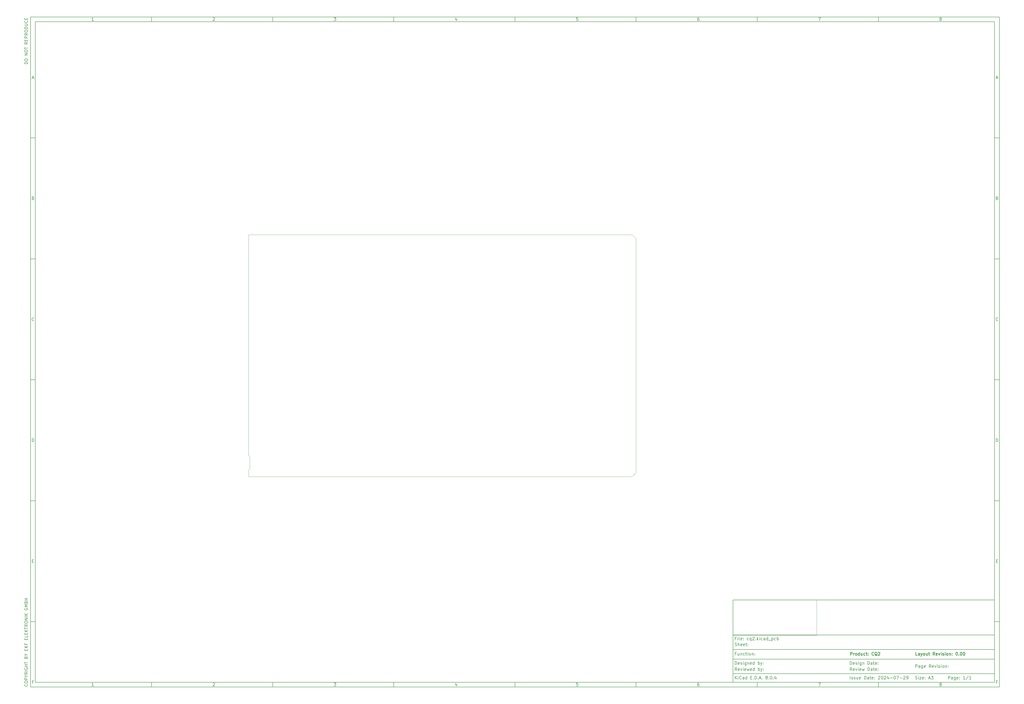
<source format=gbr>
%TF.GenerationSoftware,KiCad,Pcbnew,8.0.4*%
%TF.CreationDate,2024-07-29T18:47:44+02:00*%
%TF.ProjectId,cq2,6371322e-6b69-4636-9164-5f7063625858,0.00*%
%TF.SameCoordinates,Original*%
%TF.FileFunction,Profile,NP*%
%FSLAX46Y46*%
G04 Gerber Fmt 4.6, Leading zero omitted, Abs format (unit mm)*
G04 Created by KiCad (PCBNEW 8.0.4) date 2024-07-29 18:47:44*
%MOMM*%
%LPD*%
G01*
G04 APERTURE LIST*
%ADD10C,0.100000*%
%ADD11C,0.150000*%
%ADD12C,0.254000*%
%TA.AperFunction,Profile*%
%ADD13C,0.100000*%
%TD*%
G04 APERTURE END LIST*
D10*
X299978000Y-250926334D02*
X299978000Y-265573667D01*
X334522000Y-265573667D01*
X334522000Y-250926334D01*
X299978000Y-250926334D01*
D11*
X299989000Y-251002200D02*
X407989000Y-251002200D01*
X407989000Y-285002200D01*
X299989000Y-285002200D01*
X299989000Y-251002200D01*
D10*
D11*
X10000000Y-10000000D02*
X409989000Y-10000000D01*
X409989000Y-287002200D01*
X10000000Y-287002200D01*
X10000000Y-10000000D01*
D10*
D11*
X12000000Y-12000000D02*
X407989000Y-12000000D01*
X407989000Y-285002200D01*
X12000000Y-285002200D01*
X12000000Y-12000000D01*
D10*
D11*
X60000000Y-12000000D02*
X60000000Y-10000000D01*
D10*
D11*
X110000000Y-12000000D02*
X110000000Y-10000000D01*
D10*
D11*
X160000000Y-12000000D02*
X160000000Y-10000000D01*
D10*
D11*
X210000000Y-12000000D02*
X210000000Y-10000000D01*
D10*
D11*
X260000000Y-12000000D02*
X260000000Y-10000000D01*
D10*
D11*
X310000000Y-12000000D02*
X310000000Y-10000000D01*
D10*
D11*
X360000000Y-12000000D02*
X360000000Y-10000000D01*
D10*
D11*
X36066303Y-11579726D02*
X35340588Y-11579726D01*
X35703445Y-11579726D02*
X35703445Y-10309726D01*
X35703445Y-10309726D02*
X35582493Y-10491154D01*
X35582493Y-10491154D02*
X35461541Y-10612107D01*
X35461541Y-10612107D02*
X35340588Y-10672583D01*
D10*
D11*
X85340588Y-10430678D02*
X85401064Y-10370202D01*
X85401064Y-10370202D02*
X85522017Y-10309726D01*
X85522017Y-10309726D02*
X85824398Y-10309726D01*
X85824398Y-10309726D02*
X85945350Y-10370202D01*
X85945350Y-10370202D02*
X86005826Y-10430678D01*
X86005826Y-10430678D02*
X86066303Y-10551630D01*
X86066303Y-10551630D02*
X86066303Y-10672583D01*
X86066303Y-10672583D02*
X86005826Y-10854011D01*
X86005826Y-10854011D02*
X85280112Y-11579726D01*
X85280112Y-11579726D02*
X86066303Y-11579726D01*
D10*
D11*
X135280112Y-10309726D02*
X136066303Y-10309726D01*
X136066303Y-10309726D02*
X135642969Y-10793535D01*
X135642969Y-10793535D02*
X135824398Y-10793535D01*
X135824398Y-10793535D02*
X135945350Y-10854011D01*
X135945350Y-10854011D02*
X136005826Y-10914488D01*
X136005826Y-10914488D02*
X136066303Y-11035440D01*
X136066303Y-11035440D02*
X136066303Y-11337821D01*
X136066303Y-11337821D02*
X136005826Y-11458773D01*
X136005826Y-11458773D02*
X135945350Y-11519250D01*
X135945350Y-11519250D02*
X135824398Y-11579726D01*
X135824398Y-11579726D02*
X135461541Y-11579726D01*
X135461541Y-11579726D02*
X135340588Y-11519250D01*
X135340588Y-11519250D02*
X135280112Y-11458773D01*
D10*
D11*
X185945350Y-10733059D02*
X185945350Y-11579726D01*
X185642969Y-10249250D02*
X185340588Y-11156392D01*
X185340588Y-11156392D02*
X186126779Y-11156392D01*
D10*
D11*
X236005826Y-10309726D02*
X235401064Y-10309726D01*
X235401064Y-10309726D02*
X235340588Y-10914488D01*
X235340588Y-10914488D02*
X235401064Y-10854011D01*
X235401064Y-10854011D02*
X235522017Y-10793535D01*
X235522017Y-10793535D02*
X235824398Y-10793535D01*
X235824398Y-10793535D02*
X235945350Y-10854011D01*
X235945350Y-10854011D02*
X236005826Y-10914488D01*
X236005826Y-10914488D02*
X236066303Y-11035440D01*
X236066303Y-11035440D02*
X236066303Y-11337821D01*
X236066303Y-11337821D02*
X236005826Y-11458773D01*
X236005826Y-11458773D02*
X235945350Y-11519250D01*
X235945350Y-11519250D02*
X235824398Y-11579726D01*
X235824398Y-11579726D02*
X235522017Y-11579726D01*
X235522017Y-11579726D02*
X235401064Y-11519250D01*
X235401064Y-11519250D02*
X235340588Y-11458773D01*
D10*
D11*
X285945350Y-10309726D02*
X285703445Y-10309726D01*
X285703445Y-10309726D02*
X285582493Y-10370202D01*
X285582493Y-10370202D02*
X285522017Y-10430678D01*
X285522017Y-10430678D02*
X285401064Y-10612107D01*
X285401064Y-10612107D02*
X285340588Y-10854011D01*
X285340588Y-10854011D02*
X285340588Y-11337821D01*
X285340588Y-11337821D02*
X285401064Y-11458773D01*
X285401064Y-11458773D02*
X285461541Y-11519250D01*
X285461541Y-11519250D02*
X285582493Y-11579726D01*
X285582493Y-11579726D02*
X285824398Y-11579726D01*
X285824398Y-11579726D02*
X285945350Y-11519250D01*
X285945350Y-11519250D02*
X286005826Y-11458773D01*
X286005826Y-11458773D02*
X286066303Y-11337821D01*
X286066303Y-11337821D02*
X286066303Y-11035440D01*
X286066303Y-11035440D02*
X286005826Y-10914488D01*
X286005826Y-10914488D02*
X285945350Y-10854011D01*
X285945350Y-10854011D02*
X285824398Y-10793535D01*
X285824398Y-10793535D02*
X285582493Y-10793535D01*
X285582493Y-10793535D02*
X285461541Y-10854011D01*
X285461541Y-10854011D02*
X285401064Y-10914488D01*
X285401064Y-10914488D02*
X285340588Y-11035440D01*
D10*
D11*
X335280112Y-10309726D02*
X336126779Y-10309726D01*
X336126779Y-10309726D02*
X335582493Y-11579726D01*
D10*
D11*
X385582493Y-10854011D02*
X385461541Y-10793535D01*
X385461541Y-10793535D02*
X385401064Y-10733059D01*
X385401064Y-10733059D02*
X385340588Y-10612107D01*
X385340588Y-10612107D02*
X385340588Y-10551630D01*
X385340588Y-10551630D02*
X385401064Y-10430678D01*
X385401064Y-10430678D02*
X385461541Y-10370202D01*
X385461541Y-10370202D02*
X385582493Y-10309726D01*
X385582493Y-10309726D02*
X385824398Y-10309726D01*
X385824398Y-10309726D02*
X385945350Y-10370202D01*
X385945350Y-10370202D02*
X386005826Y-10430678D01*
X386005826Y-10430678D02*
X386066303Y-10551630D01*
X386066303Y-10551630D02*
X386066303Y-10612107D01*
X386066303Y-10612107D02*
X386005826Y-10733059D01*
X386005826Y-10733059D02*
X385945350Y-10793535D01*
X385945350Y-10793535D02*
X385824398Y-10854011D01*
X385824398Y-10854011D02*
X385582493Y-10854011D01*
X385582493Y-10854011D02*
X385461541Y-10914488D01*
X385461541Y-10914488D02*
X385401064Y-10974964D01*
X385401064Y-10974964D02*
X385340588Y-11095916D01*
X385340588Y-11095916D02*
X385340588Y-11337821D01*
X385340588Y-11337821D02*
X385401064Y-11458773D01*
X385401064Y-11458773D02*
X385461541Y-11519250D01*
X385461541Y-11519250D02*
X385582493Y-11579726D01*
X385582493Y-11579726D02*
X385824398Y-11579726D01*
X385824398Y-11579726D02*
X385945350Y-11519250D01*
X385945350Y-11519250D02*
X386005826Y-11458773D01*
X386005826Y-11458773D02*
X386066303Y-11337821D01*
X386066303Y-11337821D02*
X386066303Y-11095916D01*
X386066303Y-11095916D02*
X386005826Y-10974964D01*
X386005826Y-10974964D02*
X385945350Y-10914488D01*
X385945350Y-10914488D02*
X385824398Y-10854011D01*
D10*
D11*
X60000000Y-285002200D02*
X60000000Y-287002200D01*
D10*
D11*
X110000000Y-285002200D02*
X110000000Y-287002200D01*
D10*
D11*
X160000000Y-285002200D02*
X160000000Y-287002200D01*
D10*
D11*
X210000000Y-285002200D02*
X210000000Y-287002200D01*
D10*
D11*
X260000000Y-285002200D02*
X260000000Y-287002200D01*
D10*
D11*
X310000000Y-285002200D02*
X310000000Y-287002200D01*
D10*
D11*
X360000000Y-285002200D02*
X360000000Y-287002200D01*
D10*
D11*
X36066303Y-286581926D02*
X35340588Y-286581926D01*
X35703445Y-286581926D02*
X35703445Y-285311926D01*
X35703445Y-285311926D02*
X35582493Y-285493354D01*
X35582493Y-285493354D02*
X35461541Y-285614307D01*
X35461541Y-285614307D02*
X35340588Y-285674783D01*
D10*
D11*
X85340588Y-285432878D02*
X85401064Y-285372402D01*
X85401064Y-285372402D02*
X85522017Y-285311926D01*
X85522017Y-285311926D02*
X85824398Y-285311926D01*
X85824398Y-285311926D02*
X85945350Y-285372402D01*
X85945350Y-285372402D02*
X86005826Y-285432878D01*
X86005826Y-285432878D02*
X86066303Y-285553830D01*
X86066303Y-285553830D02*
X86066303Y-285674783D01*
X86066303Y-285674783D02*
X86005826Y-285856211D01*
X86005826Y-285856211D02*
X85280112Y-286581926D01*
X85280112Y-286581926D02*
X86066303Y-286581926D01*
D10*
D11*
X135280112Y-285311926D02*
X136066303Y-285311926D01*
X136066303Y-285311926D02*
X135642969Y-285795735D01*
X135642969Y-285795735D02*
X135824398Y-285795735D01*
X135824398Y-285795735D02*
X135945350Y-285856211D01*
X135945350Y-285856211D02*
X136005826Y-285916688D01*
X136005826Y-285916688D02*
X136066303Y-286037640D01*
X136066303Y-286037640D02*
X136066303Y-286340021D01*
X136066303Y-286340021D02*
X136005826Y-286460973D01*
X136005826Y-286460973D02*
X135945350Y-286521450D01*
X135945350Y-286521450D02*
X135824398Y-286581926D01*
X135824398Y-286581926D02*
X135461541Y-286581926D01*
X135461541Y-286581926D02*
X135340588Y-286521450D01*
X135340588Y-286521450D02*
X135280112Y-286460973D01*
D10*
D11*
X185945350Y-285735259D02*
X185945350Y-286581926D01*
X185642969Y-285251450D02*
X185340588Y-286158592D01*
X185340588Y-286158592D02*
X186126779Y-286158592D01*
D10*
D11*
X236005826Y-285311926D02*
X235401064Y-285311926D01*
X235401064Y-285311926D02*
X235340588Y-285916688D01*
X235340588Y-285916688D02*
X235401064Y-285856211D01*
X235401064Y-285856211D02*
X235522017Y-285795735D01*
X235522017Y-285795735D02*
X235824398Y-285795735D01*
X235824398Y-285795735D02*
X235945350Y-285856211D01*
X235945350Y-285856211D02*
X236005826Y-285916688D01*
X236005826Y-285916688D02*
X236066303Y-286037640D01*
X236066303Y-286037640D02*
X236066303Y-286340021D01*
X236066303Y-286340021D02*
X236005826Y-286460973D01*
X236005826Y-286460973D02*
X235945350Y-286521450D01*
X235945350Y-286521450D02*
X235824398Y-286581926D01*
X235824398Y-286581926D02*
X235522017Y-286581926D01*
X235522017Y-286581926D02*
X235401064Y-286521450D01*
X235401064Y-286521450D02*
X235340588Y-286460973D01*
D10*
D11*
X285945350Y-285311926D02*
X285703445Y-285311926D01*
X285703445Y-285311926D02*
X285582493Y-285372402D01*
X285582493Y-285372402D02*
X285522017Y-285432878D01*
X285522017Y-285432878D02*
X285401064Y-285614307D01*
X285401064Y-285614307D02*
X285340588Y-285856211D01*
X285340588Y-285856211D02*
X285340588Y-286340021D01*
X285340588Y-286340021D02*
X285401064Y-286460973D01*
X285401064Y-286460973D02*
X285461541Y-286521450D01*
X285461541Y-286521450D02*
X285582493Y-286581926D01*
X285582493Y-286581926D02*
X285824398Y-286581926D01*
X285824398Y-286581926D02*
X285945350Y-286521450D01*
X285945350Y-286521450D02*
X286005826Y-286460973D01*
X286005826Y-286460973D02*
X286066303Y-286340021D01*
X286066303Y-286340021D02*
X286066303Y-286037640D01*
X286066303Y-286037640D02*
X286005826Y-285916688D01*
X286005826Y-285916688D02*
X285945350Y-285856211D01*
X285945350Y-285856211D02*
X285824398Y-285795735D01*
X285824398Y-285795735D02*
X285582493Y-285795735D01*
X285582493Y-285795735D02*
X285461541Y-285856211D01*
X285461541Y-285856211D02*
X285401064Y-285916688D01*
X285401064Y-285916688D02*
X285340588Y-286037640D01*
D10*
D11*
X335280112Y-285311926D02*
X336126779Y-285311926D01*
X336126779Y-285311926D02*
X335582493Y-286581926D01*
D10*
D11*
X385582493Y-285856211D02*
X385461541Y-285795735D01*
X385461541Y-285795735D02*
X385401064Y-285735259D01*
X385401064Y-285735259D02*
X385340588Y-285614307D01*
X385340588Y-285614307D02*
X385340588Y-285553830D01*
X385340588Y-285553830D02*
X385401064Y-285432878D01*
X385401064Y-285432878D02*
X385461541Y-285372402D01*
X385461541Y-285372402D02*
X385582493Y-285311926D01*
X385582493Y-285311926D02*
X385824398Y-285311926D01*
X385824398Y-285311926D02*
X385945350Y-285372402D01*
X385945350Y-285372402D02*
X386005826Y-285432878D01*
X386005826Y-285432878D02*
X386066303Y-285553830D01*
X386066303Y-285553830D02*
X386066303Y-285614307D01*
X386066303Y-285614307D02*
X386005826Y-285735259D01*
X386005826Y-285735259D02*
X385945350Y-285795735D01*
X385945350Y-285795735D02*
X385824398Y-285856211D01*
X385824398Y-285856211D02*
X385582493Y-285856211D01*
X385582493Y-285856211D02*
X385461541Y-285916688D01*
X385461541Y-285916688D02*
X385401064Y-285977164D01*
X385401064Y-285977164D02*
X385340588Y-286098116D01*
X385340588Y-286098116D02*
X385340588Y-286340021D01*
X385340588Y-286340021D02*
X385401064Y-286460973D01*
X385401064Y-286460973D02*
X385461541Y-286521450D01*
X385461541Y-286521450D02*
X385582493Y-286581926D01*
X385582493Y-286581926D02*
X385824398Y-286581926D01*
X385824398Y-286581926D02*
X385945350Y-286521450D01*
X385945350Y-286521450D02*
X386005826Y-286460973D01*
X386005826Y-286460973D02*
X386066303Y-286340021D01*
X386066303Y-286340021D02*
X386066303Y-286098116D01*
X386066303Y-286098116D02*
X386005826Y-285977164D01*
X386005826Y-285977164D02*
X385945350Y-285916688D01*
X385945350Y-285916688D02*
X385824398Y-285856211D01*
D10*
D11*
X10000000Y-60000000D02*
X12000000Y-60000000D01*
D10*
D11*
X10000000Y-110000000D02*
X12000000Y-110000000D01*
D10*
D11*
X10000000Y-160000000D02*
X12000000Y-160000000D01*
D10*
D11*
X10000000Y-210000000D02*
X12000000Y-210000000D01*
D10*
D11*
X10000000Y-260000000D02*
X12000000Y-260000000D01*
D10*
D11*
X10697619Y-35216869D02*
X11302381Y-35216869D01*
X10576667Y-35579726D02*
X11000000Y-34309726D01*
X11000000Y-34309726D02*
X11423334Y-35579726D01*
D10*
D11*
X11090714Y-84914488D02*
X11272142Y-84974964D01*
X11272142Y-84974964D02*
X11332619Y-85035440D01*
X11332619Y-85035440D02*
X11393095Y-85156392D01*
X11393095Y-85156392D02*
X11393095Y-85337821D01*
X11393095Y-85337821D02*
X11332619Y-85458773D01*
X11332619Y-85458773D02*
X11272142Y-85519250D01*
X11272142Y-85519250D02*
X11151190Y-85579726D01*
X11151190Y-85579726D02*
X10667380Y-85579726D01*
X10667380Y-85579726D02*
X10667380Y-84309726D01*
X10667380Y-84309726D02*
X11090714Y-84309726D01*
X11090714Y-84309726D02*
X11211666Y-84370202D01*
X11211666Y-84370202D02*
X11272142Y-84430678D01*
X11272142Y-84430678D02*
X11332619Y-84551630D01*
X11332619Y-84551630D02*
X11332619Y-84672583D01*
X11332619Y-84672583D02*
X11272142Y-84793535D01*
X11272142Y-84793535D02*
X11211666Y-84854011D01*
X11211666Y-84854011D02*
X11090714Y-84914488D01*
X11090714Y-84914488D02*
X10667380Y-84914488D01*
D10*
D11*
X11393095Y-135458773D02*
X11332619Y-135519250D01*
X11332619Y-135519250D02*
X11151190Y-135579726D01*
X11151190Y-135579726D02*
X11030238Y-135579726D01*
X11030238Y-135579726D02*
X10848809Y-135519250D01*
X10848809Y-135519250D02*
X10727857Y-135398297D01*
X10727857Y-135398297D02*
X10667380Y-135277345D01*
X10667380Y-135277345D02*
X10606904Y-135035440D01*
X10606904Y-135035440D02*
X10606904Y-134854011D01*
X10606904Y-134854011D02*
X10667380Y-134612107D01*
X10667380Y-134612107D02*
X10727857Y-134491154D01*
X10727857Y-134491154D02*
X10848809Y-134370202D01*
X10848809Y-134370202D02*
X11030238Y-134309726D01*
X11030238Y-134309726D02*
X11151190Y-134309726D01*
X11151190Y-134309726D02*
X11332619Y-134370202D01*
X11332619Y-134370202D02*
X11393095Y-134430678D01*
D10*
D11*
X10667380Y-185579726D02*
X10667380Y-184309726D01*
X10667380Y-184309726D02*
X10969761Y-184309726D01*
X10969761Y-184309726D02*
X11151190Y-184370202D01*
X11151190Y-184370202D02*
X11272142Y-184491154D01*
X11272142Y-184491154D02*
X11332619Y-184612107D01*
X11332619Y-184612107D02*
X11393095Y-184854011D01*
X11393095Y-184854011D02*
X11393095Y-185035440D01*
X11393095Y-185035440D02*
X11332619Y-185277345D01*
X11332619Y-185277345D02*
X11272142Y-185398297D01*
X11272142Y-185398297D02*
X11151190Y-185519250D01*
X11151190Y-185519250D02*
X10969761Y-185579726D01*
X10969761Y-185579726D02*
X10667380Y-185579726D01*
D10*
D11*
X10727856Y-234914488D02*
X11151190Y-234914488D01*
X11332618Y-235579726D02*
X10727856Y-235579726D01*
X10727856Y-235579726D02*
X10727856Y-234309726D01*
X10727856Y-234309726D02*
X11332618Y-234309726D01*
D10*
D11*
X11181429Y-284914488D02*
X10758095Y-284914488D01*
X10758095Y-285579726D02*
X10758095Y-284309726D01*
X10758095Y-284309726D02*
X11362857Y-284309726D01*
D10*
D11*
X409989000Y-60000000D02*
X407989000Y-60000000D01*
D10*
D11*
X409989000Y-110000000D02*
X407989000Y-110000000D01*
D10*
D11*
X409989000Y-160000000D02*
X407989000Y-160000000D01*
D10*
D11*
X409989000Y-210000000D02*
X407989000Y-210000000D01*
D10*
D11*
X409989000Y-260000000D02*
X407989000Y-260000000D01*
D10*
D11*
X408686619Y-35216869D02*
X409291381Y-35216869D01*
X408565667Y-35579726D02*
X408989000Y-34309726D01*
X408989000Y-34309726D02*
X409412334Y-35579726D01*
D10*
D11*
X409079714Y-84914488D02*
X409261142Y-84974964D01*
X409261142Y-84974964D02*
X409321619Y-85035440D01*
X409321619Y-85035440D02*
X409382095Y-85156392D01*
X409382095Y-85156392D02*
X409382095Y-85337821D01*
X409382095Y-85337821D02*
X409321619Y-85458773D01*
X409321619Y-85458773D02*
X409261142Y-85519250D01*
X409261142Y-85519250D02*
X409140190Y-85579726D01*
X409140190Y-85579726D02*
X408656380Y-85579726D01*
X408656380Y-85579726D02*
X408656380Y-84309726D01*
X408656380Y-84309726D02*
X409079714Y-84309726D01*
X409079714Y-84309726D02*
X409200666Y-84370202D01*
X409200666Y-84370202D02*
X409261142Y-84430678D01*
X409261142Y-84430678D02*
X409321619Y-84551630D01*
X409321619Y-84551630D02*
X409321619Y-84672583D01*
X409321619Y-84672583D02*
X409261142Y-84793535D01*
X409261142Y-84793535D02*
X409200666Y-84854011D01*
X409200666Y-84854011D02*
X409079714Y-84914488D01*
X409079714Y-84914488D02*
X408656380Y-84914488D01*
D10*
D11*
X409382095Y-135458773D02*
X409321619Y-135519250D01*
X409321619Y-135519250D02*
X409140190Y-135579726D01*
X409140190Y-135579726D02*
X409019238Y-135579726D01*
X409019238Y-135579726D02*
X408837809Y-135519250D01*
X408837809Y-135519250D02*
X408716857Y-135398297D01*
X408716857Y-135398297D02*
X408656380Y-135277345D01*
X408656380Y-135277345D02*
X408595904Y-135035440D01*
X408595904Y-135035440D02*
X408595904Y-134854011D01*
X408595904Y-134854011D02*
X408656380Y-134612107D01*
X408656380Y-134612107D02*
X408716857Y-134491154D01*
X408716857Y-134491154D02*
X408837809Y-134370202D01*
X408837809Y-134370202D02*
X409019238Y-134309726D01*
X409019238Y-134309726D02*
X409140190Y-134309726D01*
X409140190Y-134309726D02*
X409321619Y-134370202D01*
X409321619Y-134370202D02*
X409382095Y-134430678D01*
D10*
D11*
X408656380Y-185579726D02*
X408656380Y-184309726D01*
X408656380Y-184309726D02*
X408958761Y-184309726D01*
X408958761Y-184309726D02*
X409140190Y-184370202D01*
X409140190Y-184370202D02*
X409261142Y-184491154D01*
X409261142Y-184491154D02*
X409321619Y-184612107D01*
X409321619Y-184612107D02*
X409382095Y-184854011D01*
X409382095Y-184854011D02*
X409382095Y-185035440D01*
X409382095Y-185035440D02*
X409321619Y-185277345D01*
X409321619Y-185277345D02*
X409261142Y-185398297D01*
X409261142Y-185398297D02*
X409140190Y-185519250D01*
X409140190Y-185519250D02*
X408958761Y-185579726D01*
X408958761Y-185579726D02*
X408656380Y-185579726D01*
D10*
D11*
X408716856Y-234914488D02*
X409140190Y-234914488D01*
X409321618Y-235579726D02*
X408716856Y-235579726D01*
X408716856Y-235579726D02*
X408716856Y-234309726D01*
X408716856Y-234309726D02*
X409321618Y-234309726D01*
D10*
D11*
X409170429Y-284914488D02*
X408747095Y-284914488D01*
X408747095Y-285579726D02*
X408747095Y-284309726D01*
X408747095Y-284309726D02*
X409351857Y-284309726D01*
D10*
D11*
X348390064Y-277698976D02*
X348390064Y-276428976D01*
X348390064Y-276428976D02*
X348692445Y-276428976D01*
X348692445Y-276428976D02*
X348873874Y-276489452D01*
X348873874Y-276489452D02*
X348994826Y-276610404D01*
X348994826Y-276610404D02*
X349055303Y-276731357D01*
X349055303Y-276731357D02*
X349115779Y-276973261D01*
X349115779Y-276973261D02*
X349115779Y-277154690D01*
X349115779Y-277154690D02*
X349055303Y-277396595D01*
X349055303Y-277396595D02*
X348994826Y-277517547D01*
X348994826Y-277517547D02*
X348873874Y-277638500D01*
X348873874Y-277638500D02*
X348692445Y-277698976D01*
X348692445Y-277698976D02*
X348390064Y-277698976D01*
X350143874Y-277638500D02*
X350022922Y-277698976D01*
X350022922Y-277698976D02*
X349781017Y-277698976D01*
X349781017Y-277698976D02*
X349660064Y-277638500D01*
X349660064Y-277638500D02*
X349599588Y-277517547D01*
X349599588Y-277517547D02*
X349599588Y-277033738D01*
X349599588Y-277033738D02*
X349660064Y-276912785D01*
X349660064Y-276912785D02*
X349781017Y-276852309D01*
X349781017Y-276852309D02*
X350022922Y-276852309D01*
X350022922Y-276852309D02*
X350143874Y-276912785D01*
X350143874Y-276912785D02*
X350204350Y-277033738D01*
X350204350Y-277033738D02*
X350204350Y-277154690D01*
X350204350Y-277154690D02*
X349599588Y-277275642D01*
X350688159Y-277638500D02*
X350809112Y-277698976D01*
X350809112Y-277698976D02*
X351051016Y-277698976D01*
X351051016Y-277698976D02*
X351171969Y-277638500D01*
X351171969Y-277638500D02*
X351232445Y-277517547D01*
X351232445Y-277517547D02*
X351232445Y-277457071D01*
X351232445Y-277457071D02*
X351171969Y-277336119D01*
X351171969Y-277336119D02*
X351051016Y-277275642D01*
X351051016Y-277275642D02*
X350869588Y-277275642D01*
X350869588Y-277275642D02*
X350748635Y-277215166D01*
X350748635Y-277215166D02*
X350688159Y-277094214D01*
X350688159Y-277094214D02*
X350688159Y-277033738D01*
X350688159Y-277033738D02*
X350748635Y-276912785D01*
X350748635Y-276912785D02*
X350869588Y-276852309D01*
X350869588Y-276852309D02*
X351051016Y-276852309D01*
X351051016Y-276852309D02*
X351171969Y-276912785D01*
X351776730Y-277698976D02*
X351776730Y-276852309D01*
X351776730Y-276428976D02*
X351716254Y-276489452D01*
X351716254Y-276489452D02*
X351776730Y-276549928D01*
X351776730Y-276549928D02*
X351837207Y-276489452D01*
X351837207Y-276489452D02*
X351776730Y-276428976D01*
X351776730Y-276428976D02*
X351776730Y-276549928D01*
X352925778Y-276852309D02*
X352925778Y-277880404D01*
X352925778Y-277880404D02*
X352865302Y-278001357D01*
X352865302Y-278001357D02*
X352804826Y-278061833D01*
X352804826Y-278061833D02*
X352683873Y-278122309D01*
X352683873Y-278122309D02*
X352502445Y-278122309D01*
X352502445Y-278122309D02*
X352381492Y-278061833D01*
X352925778Y-277638500D02*
X352804826Y-277698976D01*
X352804826Y-277698976D02*
X352562921Y-277698976D01*
X352562921Y-277698976D02*
X352441969Y-277638500D01*
X352441969Y-277638500D02*
X352381492Y-277578023D01*
X352381492Y-277578023D02*
X352321016Y-277457071D01*
X352321016Y-277457071D02*
X352321016Y-277094214D01*
X352321016Y-277094214D02*
X352381492Y-276973261D01*
X352381492Y-276973261D02*
X352441969Y-276912785D01*
X352441969Y-276912785D02*
X352562921Y-276852309D01*
X352562921Y-276852309D02*
X352804826Y-276852309D01*
X352804826Y-276852309D02*
X352925778Y-276912785D01*
X353530540Y-276852309D02*
X353530540Y-277698976D01*
X353530540Y-276973261D02*
X353591017Y-276912785D01*
X353591017Y-276912785D02*
X353711969Y-276852309D01*
X353711969Y-276852309D02*
X353893398Y-276852309D01*
X353893398Y-276852309D02*
X354014350Y-276912785D01*
X354014350Y-276912785D02*
X354074826Y-277033738D01*
X354074826Y-277033738D02*
X354074826Y-277698976D01*
X355647207Y-277698976D02*
X355647207Y-276428976D01*
X355647207Y-276428976D02*
X355949588Y-276428976D01*
X355949588Y-276428976D02*
X356131017Y-276489452D01*
X356131017Y-276489452D02*
X356251969Y-276610404D01*
X356251969Y-276610404D02*
X356312446Y-276731357D01*
X356312446Y-276731357D02*
X356372922Y-276973261D01*
X356372922Y-276973261D02*
X356372922Y-277154690D01*
X356372922Y-277154690D02*
X356312446Y-277396595D01*
X356312446Y-277396595D02*
X356251969Y-277517547D01*
X356251969Y-277517547D02*
X356131017Y-277638500D01*
X356131017Y-277638500D02*
X355949588Y-277698976D01*
X355949588Y-277698976D02*
X355647207Y-277698976D01*
X357461493Y-277698976D02*
X357461493Y-277033738D01*
X357461493Y-277033738D02*
X357401017Y-276912785D01*
X357401017Y-276912785D02*
X357280065Y-276852309D01*
X357280065Y-276852309D02*
X357038160Y-276852309D01*
X357038160Y-276852309D02*
X356917207Y-276912785D01*
X357461493Y-277638500D02*
X357340541Y-277698976D01*
X357340541Y-277698976D02*
X357038160Y-277698976D01*
X357038160Y-277698976D02*
X356917207Y-277638500D01*
X356917207Y-277638500D02*
X356856731Y-277517547D01*
X356856731Y-277517547D02*
X356856731Y-277396595D01*
X356856731Y-277396595D02*
X356917207Y-277275642D01*
X356917207Y-277275642D02*
X357038160Y-277215166D01*
X357038160Y-277215166D02*
X357340541Y-277215166D01*
X357340541Y-277215166D02*
X357461493Y-277154690D01*
X357884827Y-276852309D02*
X358368636Y-276852309D01*
X358066255Y-276428976D02*
X358066255Y-277517547D01*
X358066255Y-277517547D02*
X358126732Y-277638500D01*
X358126732Y-277638500D02*
X358247684Y-277698976D01*
X358247684Y-277698976D02*
X358368636Y-277698976D01*
X359275779Y-277638500D02*
X359154827Y-277698976D01*
X359154827Y-277698976D02*
X358912922Y-277698976D01*
X358912922Y-277698976D02*
X358791969Y-277638500D01*
X358791969Y-277638500D02*
X358731493Y-277517547D01*
X358731493Y-277517547D02*
X358731493Y-277033738D01*
X358731493Y-277033738D02*
X358791969Y-276912785D01*
X358791969Y-276912785D02*
X358912922Y-276852309D01*
X358912922Y-276852309D02*
X359154827Y-276852309D01*
X359154827Y-276852309D02*
X359275779Y-276912785D01*
X359275779Y-276912785D02*
X359336255Y-277033738D01*
X359336255Y-277033738D02*
X359336255Y-277154690D01*
X359336255Y-277154690D02*
X358731493Y-277275642D01*
X359880540Y-277578023D02*
X359941017Y-277638500D01*
X359941017Y-277638500D02*
X359880540Y-277698976D01*
X359880540Y-277698976D02*
X359820064Y-277638500D01*
X359820064Y-277638500D02*
X359880540Y-277578023D01*
X359880540Y-277578023D02*
X359880540Y-277698976D01*
X359880540Y-276912785D02*
X359941017Y-276973261D01*
X359941017Y-276973261D02*
X359880540Y-277033738D01*
X359880540Y-277033738D02*
X359820064Y-276973261D01*
X359820064Y-276973261D02*
X359880540Y-276912785D01*
X359880540Y-276912785D02*
X359880540Y-277033738D01*
D10*
D11*
X299989000Y-281502200D02*
X407989000Y-281502200D01*
D10*
D11*
X300890064Y-283738976D02*
X300890064Y-282468976D01*
X301615779Y-283738976D02*
X301071493Y-283013261D01*
X301615779Y-282468976D02*
X300890064Y-283194690D01*
X302160064Y-283738976D02*
X302160064Y-282892309D01*
X302160064Y-282468976D02*
X302099588Y-282529452D01*
X302099588Y-282529452D02*
X302160064Y-282589928D01*
X302160064Y-282589928D02*
X302220541Y-282529452D01*
X302220541Y-282529452D02*
X302160064Y-282468976D01*
X302160064Y-282468976D02*
X302160064Y-282589928D01*
X303490541Y-283618023D02*
X303430065Y-283678500D01*
X303430065Y-283678500D02*
X303248636Y-283738976D01*
X303248636Y-283738976D02*
X303127684Y-283738976D01*
X303127684Y-283738976D02*
X302946255Y-283678500D01*
X302946255Y-283678500D02*
X302825303Y-283557547D01*
X302825303Y-283557547D02*
X302764826Y-283436595D01*
X302764826Y-283436595D02*
X302704350Y-283194690D01*
X302704350Y-283194690D02*
X302704350Y-283013261D01*
X302704350Y-283013261D02*
X302764826Y-282771357D01*
X302764826Y-282771357D02*
X302825303Y-282650404D01*
X302825303Y-282650404D02*
X302946255Y-282529452D01*
X302946255Y-282529452D02*
X303127684Y-282468976D01*
X303127684Y-282468976D02*
X303248636Y-282468976D01*
X303248636Y-282468976D02*
X303430065Y-282529452D01*
X303430065Y-282529452D02*
X303490541Y-282589928D01*
X304579112Y-283738976D02*
X304579112Y-283073738D01*
X304579112Y-283073738D02*
X304518636Y-282952785D01*
X304518636Y-282952785D02*
X304397684Y-282892309D01*
X304397684Y-282892309D02*
X304155779Y-282892309D01*
X304155779Y-282892309D02*
X304034826Y-282952785D01*
X304579112Y-283678500D02*
X304458160Y-283738976D01*
X304458160Y-283738976D02*
X304155779Y-283738976D01*
X304155779Y-283738976D02*
X304034826Y-283678500D01*
X304034826Y-283678500D02*
X303974350Y-283557547D01*
X303974350Y-283557547D02*
X303974350Y-283436595D01*
X303974350Y-283436595D02*
X304034826Y-283315642D01*
X304034826Y-283315642D02*
X304155779Y-283255166D01*
X304155779Y-283255166D02*
X304458160Y-283255166D01*
X304458160Y-283255166D02*
X304579112Y-283194690D01*
X305728160Y-283738976D02*
X305728160Y-282468976D01*
X305728160Y-283678500D02*
X305607208Y-283738976D01*
X305607208Y-283738976D02*
X305365303Y-283738976D01*
X305365303Y-283738976D02*
X305244351Y-283678500D01*
X305244351Y-283678500D02*
X305183874Y-283618023D01*
X305183874Y-283618023D02*
X305123398Y-283497071D01*
X305123398Y-283497071D02*
X305123398Y-283134214D01*
X305123398Y-283134214D02*
X305183874Y-283013261D01*
X305183874Y-283013261D02*
X305244351Y-282952785D01*
X305244351Y-282952785D02*
X305365303Y-282892309D01*
X305365303Y-282892309D02*
X305607208Y-282892309D01*
X305607208Y-282892309D02*
X305728160Y-282952785D01*
X307300541Y-283073738D02*
X307723875Y-283073738D01*
X307905303Y-283738976D02*
X307300541Y-283738976D01*
X307300541Y-283738976D02*
X307300541Y-282468976D01*
X307300541Y-282468976D02*
X307905303Y-282468976D01*
X308449589Y-283618023D02*
X308510066Y-283678500D01*
X308510066Y-283678500D02*
X308449589Y-283738976D01*
X308449589Y-283738976D02*
X308389113Y-283678500D01*
X308389113Y-283678500D02*
X308449589Y-283618023D01*
X308449589Y-283618023D02*
X308449589Y-283738976D01*
X309054351Y-283738976D02*
X309054351Y-282468976D01*
X309054351Y-282468976D02*
X309356732Y-282468976D01*
X309356732Y-282468976D02*
X309538161Y-282529452D01*
X309538161Y-282529452D02*
X309659113Y-282650404D01*
X309659113Y-282650404D02*
X309719590Y-282771357D01*
X309719590Y-282771357D02*
X309780066Y-283013261D01*
X309780066Y-283013261D02*
X309780066Y-283194690D01*
X309780066Y-283194690D02*
X309719590Y-283436595D01*
X309719590Y-283436595D02*
X309659113Y-283557547D01*
X309659113Y-283557547D02*
X309538161Y-283678500D01*
X309538161Y-283678500D02*
X309356732Y-283738976D01*
X309356732Y-283738976D02*
X309054351Y-283738976D01*
X310324351Y-283618023D02*
X310384828Y-283678500D01*
X310384828Y-283678500D02*
X310324351Y-283738976D01*
X310324351Y-283738976D02*
X310263875Y-283678500D01*
X310263875Y-283678500D02*
X310324351Y-283618023D01*
X310324351Y-283618023D02*
X310324351Y-283738976D01*
X310868637Y-283376119D02*
X311473399Y-283376119D01*
X310747685Y-283738976D02*
X311171018Y-282468976D01*
X311171018Y-282468976D02*
X311594352Y-283738976D01*
X312017684Y-283618023D02*
X312078161Y-283678500D01*
X312078161Y-283678500D02*
X312017684Y-283738976D01*
X312017684Y-283738976D02*
X311957208Y-283678500D01*
X311957208Y-283678500D02*
X312017684Y-283618023D01*
X312017684Y-283618023D02*
X312017684Y-283738976D01*
X313771494Y-283013261D02*
X313650542Y-282952785D01*
X313650542Y-282952785D02*
X313590065Y-282892309D01*
X313590065Y-282892309D02*
X313529589Y-282771357D01*
X313529589Y-282771357D02*
X313529589Y-282710880D01*
X313529589Y-282710880D02*
X313590065Y-282589928D01*
X313590065Y-282589928D02*
X313650542Y-282529452D01*
X313650542Y-282529452D02*
X313771494Y-282468976D01*
X313771494Y-282468976D02*
X314013399Y-282468976D01*
X314013399Y-282468976D02*
X314134351Y-282529452D01*
X314134351Y-282529452D02*
X314194827Y-282589928D01*
X314194827Y-282589928D02*
X314255304Y-282710880D01*
X314255304Y-282710880D02*
X314255304Y-282771357D01*
X314255304Y-282771357D02*
X314194827Y-282892309D01*
X314194827Y-282892309D02*
X314134351Y-282952785D01*
X314134351Y-282952785D02*
X314013399Y-283013261D01*
X314013399Y-283013261D02*
X313771494Y-283013261D01*
X313771494Y-283013261D02*
X313650542Y-283073738D01*
X313650542Y-283073738D02*
X313590065Y-283134214D01*
X313590065Y-283134214D02*
X313529589Y-283255166D01*
X313529589Y-283255166D02*
X313529589Y-283497071D01*
X313529589Y-283497071D02*
X313590065Y-283618023D01*
X313590065Y-283618023D02*
X313650542Y-283678500D01*
X313650542Y-283678500D02*
X313771494Y-283738976D01*
X313771494Y-283738976D02*
X314013399Y-283738976D01*
X314013399Y-283738976D02*
X314134351Y-283678500D01*
X314134351Y-283678500D02*
X314194827Y-283618023D01*
X314194827Y-283618023D02*
X314255304Y-283497071D01*
X314255304Y-283497071D02*
X314255304Y-283255166D01*
X314255304Y-283255166D02*
X314194827Y-283134214D01*
X314194827Y-283134214D02*
X314134351Y-283073738D01*
X314134351Y-283073738D02*
X314013399Y-283013261D01*
X314799589Y-283618023D02*
X314860066Y-283678500D01*
X314860066Y-283678500D02*
X314799589Y-283738976D01*
X314799589Y-283738976D02*
X314739113Y-283678500D01*
X314739113Y-283678500D02*
X314799589Y-283618023D01*
X314799589Y-283618023D02*
X314799589Y-283738976D01*
X315646256Y-282468976D02*
X315767209Y-282468976D01*
X315767209Y-282468976D02*
X315888161Y-282529452D01*
X315888161Y-282529452D02*
X315948637Y-282589928D01*
X315948637Y-282589928D02*
X316009113Y-282710880D01*
X316009113Y-282710880D02*
X316069590Y-282952785D01*
X316069590Y-282952785D02*
X316069590Y-283255166D01*
X316069590Y-283255166D02*
X316009113Y-283497071D01*
X316009113Y-283497071D02*
X315948637Y-283618023D01*
X315948637Y-283618023D02*
X315888161Y-283678500D01*
X315888161Y-283678500D02*
X315767209Y-283738976D01*
X315767209Y-283738976D02*
X315646256Y-283738976D01*
X315646256Y-283738976D02*
X315525304Y-283678500D01*
X315525304Y-283678500D02*
X315464828Y-283618023D01*
X315464828Y-283618023D02*
X315404351Y-283497071D01*
X315404351Y-283497071D02*
X315343875Y-283255166D01*
X315343875Y-283255166D02*
X315343875Y-282952785D01*
X315343875Y-282952785D02*
X315404351Y-282710880D01*
X315404351Y-282710880D02*
X315464828Y-282589928D01*
X315464828Y-282589928D02*
X315525304Y-282529452D01*
X315525304Y-282529452D02*
X315646256Y-282468976D01*
X316613875Y-283618023D02*
X316674352Y-283678500D01*
X316674352Y-283678500D02*
X316613875Y-283738976D01*
X316613875Y-283738976D02*
X316553399Y-283678500D01*
X316553399Y-283678500D02*
X316613875Y-283618023D01*
X316613875Y-283618023D02*
X316613875Y-283738976D01*
X317762923Y-282892309D02*
X317762923Y-283738976D01*
X317460542Y-282408500D02*
X317158161Y-283315642D01*
X317158161Y-283315642D02*
X317944352Y-283315642D01*
D10*
D11*
X299988800Y-275502000D02*
X407988800Y-275502000D01*
D10*
D12*
X376063247Y-273833568D02*
X375458485Y-273833568D01*
X375458485Y-273833568D02*
X375458485Y-272563568D01*
X377030866Y-273833568D02*
X377030866Y-273168330D01*
X377030866Y-273168330D02*
X376970390Y-273047377D01*
X376970390Y-273047377D02*
X376849438Y-272986901D01*
X376849438Y-272986901D02*
X376607533Y-272986901D01*
X376607533Y-272986901D02*
X376486580Y-273047377D01*
X377030866Y-273773092D02*
X376909914Y-273833568D01*
X376909914Y-273833568D02*
X376607533Y-273833568D01*
X376607533Y-273833568D02*
X376486580Y-273773092D01*
X376486580Y-273773092D02*
X376426104Y-273652139D01*
X376426104Y-273652139D02*
X376426104Y-273531187D01*
X376426104Y-273531187D02*
X376486580Y-273410234D01*
X376486580Y-273410234D02*
X376607533Y-273349758D01*
X376607533Y-273349758D02*
X376909914Y-273349758D01*
X376909914Y-273349758D02*
X377030866Y-273289282D01*
X377514676Y-272986901D02*
X377817057Y-273833568D01*
X378119438Y-272986901D02*
X377817057Y-273833568D01*
X377817057Y-273833568D02*
X377696105Y-274135949D01*
X377696105Y-274135949D02*
X377635628Y-274196425D01*
X377635628Y-274196425D02*
X377514676Y-274256901D01*
X378784676Y-273833568D02*
X378663724Y-273773092D01*
X378663724Y-273773092D02*
X378603247Y-273712615D01*
X378603247Y-273712615D02*
X378542771Y-273591663D01*
X378542771Y-273591663D02*
X378542771Y-273228806D01*
X378542771Y-273228806D02*
X378603247Y-273107853D01*
X378603247Y-273107853D02*
X378663724Y-273047377D01*
X378663724Y-273047377D02*
X378784676Y-272986901D01*
X378784676Y-272986901D02*
X378966105Y-272986901D01*
X378966105Y-272986901D02*
X379087057Y-273047377D01*
X379087057Y-273047377D02*
X379147533Y-273107853D01*
X379147533Y-273107853D02*
X379208009Y-273228806D01*
X379208009Y-273228806D02*
X379208009Y-273591663D01*
X379208009Y-273591663D02*
X379147533Y-273712615D01*
X379147533Y-273712615D02*
X379087057Y-273773092D01*
X379087057Y-273773092D02*
X378966105Y-273833568D01*
X378966105Y-273833568D02*
X378784676Y-273833568D01*
X380296581Y-272986901D02*
X380296581Y-273833568D01*
X379752295Y-272986901D02*
X379752295Y-273652139D01*
X379752295Y-273652139D02*
X379812772Y-273773092D01*
X379812772Y-273773092D02*
X379933724Y-273833568D01*
X379933724Y-273833568D02*
X380115153Y-273833568D01*
X380115153Y-273833568D02*
X380236105Y-273773092D01*
X380236105Y-273773092D02*
X380296581Y-273712615D01*
X380719915Y-272986901D02*
X381203724Y-272986901D01*
X380901343Y-272563568D02*
X380901343Y-273652139D01*
X380901343Y-273652139D02*
X380961820Y-273773092D01*
X380961820Y-273773092D02*
X381082772Y-273833568D01*
X381082772Y-273833568D02*
X381203724Y-273833568D01*
X383320391Y-273833568D02*
X382897057Y-273228806D01*
X382594676Y-273833568D02*
X382594676Y-272563568D01*
X382594676Y-272563568D02*
X383078486Y-272563568D01*
X383078486Y-272563568D02*
X383199438Y-272624044D01*
X383199438Y-272624044D02*
X383259915Y-272684520D01*
X383259915Y-272684520D02*
X383320391Y-272805472D01*
X383320391Y-272805472D02*
X383320391Y-272986901D01*
X383320391Y-272986901D02*
X383259915Y-273107853D01*
X383259915Y-273107853D02*
X383199438Y-273168330D01*
X383199438Y-273168330D02*
X383078486Y-273228806D01*
X383078486Y-273228806D02*
X382594676Y-273228806D01*
X384348486Y-273773092D02*
X384227534Y-273833568D01*
X384227534Y-273833568D02*
X383985629Y-273833568D01*
X383985629Y-273833568D02*
X383864676Y-273773092D01*
X383864676Y-273773092D02*
X383804200Y-273652139D01*
X383804200Y-273652139D02*
X383804200Y-273168330D01*
X383804200Y-273168330D02*
X383864676Y-273047377D01*
X383864676Y-273047377D02*
X383985629Y-272986901D01*
X383985629Y-272986901D02*
X384227534Y-272986901D01*
X384227534Y-272986901D02*
X384348486Y-273047377D01*
X384348486Y-273047377D02*
X384408962Y-273168330D01*
X384408962Y-273168330D02*
X384408962Y-273289282D01*
X384408962Y-273289282D02*
X383804200Y-273410234D01*
X384832295Y-272986901D02*
X385134676Y-273833568D01*
X385134676Y-273833568D02*
X385437057Y-272986901D01*
X385920866Y-273833568D02*
X385920866Y-272986901D01*
X385920866Y-272563568D02*
X385860390Y-272624044D01*
X385860390Y-272624044D02*
X385920866Y-272684520D01*
X385920866Y-272684520D02*
X385981343Y-272624044D01*
X385981343Y-272624044D02*
X385920866Y-272563568D01*
X385920866Y-272563568D02*
X385920866Y-272684520D01*
X386465152Y-273773092D02*
X386586105Y-273833568D01*
X386586105Y-273833568D02*
X386828009Y-273833568D01*
X386828009Y-273833568D02*
X386948962Y-273773092D01*
X386948962Y-273773092D02*
X387009438Y-273652139D01*
X387009438Y-273652139D02*
X387009438Y-273591663D01*
X387009438Y-273591663D02*
X386948962Y-273470711D01*
X386948962Y-273470711D02*
X386828009Y-273410234D01*
X386828009Y-273410234D02*
X386646581Y-273410234D01*
X386646581Y-273410234D02*
X386525628Y-273349758D01*
X386525628Y-273349758D02*
X386465152Y-273228806D01*
X386465152Y-273228806D02*
X386465152Y-273168330D01*
X386465152Y-273168330D02*
X386525628Y-273047377D01*
X386525628Y-273047377D02*
X386646581Y-272986901D01*
X386646581Y-272986901D02*
X386828009Y-272986901D01*
X386828009Y-272986901D02*
X386948962Y-273047377D01*
X387553723Y-273833568D02*
X387553723Y-272986901D01*
X387553723Y-272563568D02*
X387493247Y-272624044D01*
X387493247Y-272624044D02*
X387553723Y-272684520D01*
X387553723Y-272684520D02*
X387614200Y-272624044D01*
X387614200Y-272624044D02*
X387553723Y-272563568D01*
X387553723Y-272563568D02*
X387553723Y-272684520D01*
X388339914Y-273833568D02*
X388218962Y-273773092D01*
X388218962Y-273773092D02*
X388158485Y-273712615D01*
X388158485Y-273712615D02*
X388098009Y-273591663D01*
X388098009Y-273591663D02*
X388098009Y-273228806D01*
X388098009Y-273228806D02*
X388158485Y-273107853D01*
X388158485Y-273107853D02*
X388218962Y-273047377D01*
X388218962Y-273047377D02*
X388339914Y-272986901D01*
X388339914Y-272986901D02*
X388521343Y-272986901D01*
X388521343Y-272986901D02*
X388642295Y-273047377D01*
X388642295Y-273047377D02*
X388702771Y-273107853D01*
X388702771Y-273107853D02*
X388763247Y-273228806D01*
X388763247Y-273228806D02*
X388763247Y-273591663D01*
X388763247Y-273591663D02*
X388702771Y-273712615D01*
X388702771Y-273712615D02*
X388642295Y-273773092D01*
X388642295Y-273773092D02*
X388521343Y-273833568D01*
X388521343Y-273833568D02*
X388339914Y-273833568D01*
X389307533Y-272986901D02*
X389307533Y-273833568D01*
X389307533Y-273107853D02*
X389368010Y-273047377D01*
X389368010Y-273047377D02*
X389488962Y-272986901D01*
X389488962Y-272986901D02*
X389670391Y-272986901D01*
X389670391Y-272986901D02*
X389791343Y-273047377D01*
X389791343Y-273047377D02*
X389851819Y-273168330D01*
X389851819Y-273168330D02*
X389851819Y-273833568D01*
X390456581Y-273712615D02*
X390517058Y-273773092D01*
X390517058Y-273773092D02*
X390456581Y-273833568D01*
X390456581Y-273833568D02*
X390396105Y-273773092D01*
X390396105Y-273773092D02*
X390456581Y-273712615D01*
X390456581Y-273712615D02*
X390456581Y-273833568D01*
X390456581Y-273047377D02*
X390517058Y-273107853D01*
X390517058Y-273107853D02*
X390456581Y-273168330D01*
X390456581Y-273168330D02*
X390396105Y-273107853D01*
X390396105Y-273107853D02*
X390456581Y-273047377D01*
X390456581Y-273047377D02*
X390456581Y-273168330D01*
X392270867Y-272563568D02*
X392391820Y-272563568D01*
X392391820Y-272563568D02*
X392512772Y-272624044D01*
X392512772Y-272624044D02*
X392573248Y-272684520D01*
X392573248Y-272684520D02*
X392633724Y-272805472D01*
X392633724Y-272805472D02*
X392694201Y-273047377D01*
X392694201Y-273047377D02*
X392694201Y-273349758D01*
X392694201Y-273349758D02*
X392633724Y-273591663D01*
X392633724Y-273591663D02*
X392573248Y-273712615D01*
X392573248Y-273712615D02*
X392512772Y-273773092D01*
X392512772Y-273773092D02*
X392391820Y-273833568D01*
X392391820Y-273833568D02*
X392270867Y-273833568D01*
X392270867Y-273833568D02*
X392149915Y-273773092D01*
X392149915Y-273773092D02*
X392089439Y-273712615D01*
X392089439Y-273712615D02*
X392028962Y-273591663D01*
X392028962Y-273591663D02*
X391968486Y-273349758D01*
X391968486Y-273349758D02*
X391968486Y-273047377D01*
X391968486Y-273047377D02*
X392028962Y-272805472D01*
X392028962Y-272805472D02*
X392089439Y-272684520D01*
X392089439Y-272684520D02*
X392149915Y-272624044D01*
X392149915Y-272624044D02*
X392270867Y-272563568D01*
X393238486Y-273712615D02*
X393298963Y-273773092D01*
X393298963Y-273773092D02*
X393238486Y-273833568D01*
X393238486Y-273833568D02*
X393178010Y-273773092D01*
X393178010Y-273773092D02*
X393238486Y-273712615D01*
X393238486Y-273712615D02*
X393238486Y-273833568D01*
X394085153Y-272563568D02*
X394206106Y-272563568D01*
X394206106Y-272563568D02*
X394327058Y-272624044D01*
X394327058Y-272624044D02*
X394387534Y-272684520D01*
X394387534Y-272684520D02*
X394448010Y-272805472D01*
X394448010Y-272805472D02*
X394508487Y-273047377D01*
X394508487Y-273047377D02*
X394508487Y-273349758D01*
X394508487Y-273349758D02*
X394448010Y-273591663D01*
X394448010Y-273591663D02*
X394387534Y-273712615D01*
X394387534Y-273712615D02*
X394327058Y-273773092D01*
X394327058Y-273773092D02*
X394206106Y-273833568D01*
X394206106Y-273833568D02*
X394085153Y-273833568D01*
X394085153Y-273833568D02*
X393964201Y-273773092D01*
X393964201Y-273773092D02*
X393903725Y-273712615D01*
X393903725Y-273712615D02*
X393843248Y-273591663D01*
X393843248Y-273591663D02*
X393782772Y-273349758D01*
X393782772Y-273349758D02*
X393782772Y-273047377D01*
X393782772Y-273047377D02*
X393843248Y-272805472D01*
X393843248Y-272805472D02*
X393903725Y-272684520D01*
X393903725Y-272684520D02*
X393964201Y-272624044D01*
X393964201Y-272624044D02*
X394085153Y-272563568D01*
X395294677Y-272563568D02*
X395415630Y-272563568D01*
X395415630Y-272563568D02*
X395536582Y-272624044D01*
X395536582Y-272624044D02*
X395597058Y-272684520D01*
X395597058Y-272684520D02*
X395657534Y-272805472D01*
X395657534Y-272805472D02*
X395718011Y-273047377D01*
X395718011Y-273047377D02*
X395718011Y-273349758D01*
X395718011Y-273349758D02*
X395657534Y-273591663D01*
X395657534Y-273591663D02*
X395597058Y-273712615D01*
X395597058Y-273712615D02*
X395536582Y-273773092D01*
X395536582Y-273773092D02*
X395415630Y-273833568D01*
X395415630Y-273833568D02*
X395294677Y-273833568D01*
X395294677Y-273833568D02*
X395173725Y-273773092D01*
X395173725Y-273773092D02*
X395113249Y-273712615D01*
X395113249Y-273712615D02*
X395052772Y-273591663D01*
X395052772Y-273591663D02*
X394992296Y-273349758D01*
X394992296Y-273349758D02*
X394992296Y-273047377D01*
X394992296Y-273047377D02*
X395052772Y-272805472D01*
X395052772Y-272805472D02*
X395113249Y-272684520D01*
X395113249Y-272684520D02*
X395173725Y-272624044D01*
X395173725Y-272624044D02*
X395294677Y-272563568D01*
D10*
D11*
X375329588Y-283678500D02*
X375511017Y-283738976D01*
X375511017Y-283738976D02*
X375813398Y-283738976D01*
X375813398Y-283738976D02*
X375934350Y-283678500D01*
X375934350Y-283678500D02*
X375994826Y-283618023D01*
X375994826Y-283618023D02*
X376055303Y-283497071D01*
X376055303Y-283497071D02*
X376055303Y-283376119D01*
X376055303Y-283376119D02*
X375994826Y-283255166D01*
X375994826Y-283255166D02*
X375934350Y-283194690D01*
X375934350Y-283194690D02*
X375813398Y-283134214D01*
X375813398Y-283134214D02*
X375571493Y-283073738D01*
X375571493Y-283073738D02*
X375450541Y-283013261D01*
X375450541Y-283013261D02*
X375390064Y-282952785D01*
X375390064Y-282952785D02*
X375329588Y-282831833D01*
X375329588Y-282831833D02*
X375329588Y-282710880D01*
X375329588Y-282710880D02*
X375390064Y-282589928D01*
X375390064Y-282589928D02*
X375450541Y-282529452D01*
X375450541Y-282529452D02*
X375571493Y-282468976D01*
X375571493Y-282468976D02*
X375873874Y-282468976D01*
X375873874Y-282468976D02*
X376055303Y-282529452D01*
X376599588Y-283738976D02*
X376599588Y-282892309D01*
X376599588Y-282468976D02*
X376539112Y-282529452D01*
X376539112Y-282529452D02*
X376599588Y-282589928D01*
X376599588Y-282589928D02*
X376660065Y-282529452D01*
X376660065Y-282529452D02*
X376599588Y-282468976D01*
X376599588Y-282468976D02*
X376599588Y-282589928D01*
X377083398Y-282892309D02*
X377748636Y-282892309D01*
X377748636Y-282892309D02*
X377083398Y-283738976D01*
X377083398Y-283738976D02*
X377748636Y-283738976D01*
X378716255Y-283678500D02*
X378595303Y-283738976D01*
X378595303Y-283738976D02*
X378353398Y-283738976D01*
X378353398Y-283738976D02*
X378232445Y-283678500D01*
X378232445Y-283678500D02*
X378171969Y-283557547D01*
X378171969Y-283557547D02*
X378171969Y-283073738D01*
X378171969Y-283073738D02*
X378232445Y-282952785D01*
X378232445Y-282952785D02*
X378353398Y-282892309D01*
X378353398Y-282892309D02*
X378595303Y-282892309D01*
X378595303Y-282892309D02*
X378716255Y-282952785D01*
X378716255Y-282952785D02*
X378776731Y-283073738D01*
X378776731Y-283073738D02*
X378776731Y-283194690D01*
X378776731Y-283194690D02*
X378171969Y-283315642D01*
X379321016Y-283618023D02*
X379381493Y-283678500D01*
X379381493Y-283678500D02*
X379321016Y-283738976D01*
X379321016Y-283738976D02*
X379260540Y-283678500D01*
X379260540Y-283678500D02*
X379321016Y-283618023D01*
X379321016Y-283618023D02*
X379321016Y-283738976D01*
X379321016Y-282952785D02*
X379381493Y-283013261D01*
X379381493Y-283013261D02*
X379321016Y-283073738D01*
X379321016Y-283073738D02*
X379260540Y-283013261D01*
X379260540Y-283013261D02*
X379321016Y-282952785D01*
X379321016Y-282952785D02*
X379321016Y-283073738D01*
X380832921Y-283376119D02*
X381437683Y-283376119D01*
X380711969Y-283738976D02*
X381135302Y-282468976D01*
X381135302Y-282468976D02*
X381558636Y-283738976D01*
X381861016Y-282468976D02*
X382647207Y-282468976D01*
X382647207Y-282468976D02*
X382223873Y-282952785D01*
X382223873Y-282952785D02*
X382405302Y-282952785D01*
X382405302Y-282952785D02*
X382526254Y-283013261D01*
X382526254Y-283013261D02*
X382586730Y-283073738D01*
X382586730Y-283073738D02*
X382647207Y-283194690D01*
X382647207Y-283194690D02*
X382647207Y-283497071D01*
X382647207Y-283497071D02*
X382586730Y-283618023D01*
X382586730Y-283618023D02*
X382526254Y-283678500D01*
X382526254Y-283678500D02*
X382405302Y-283738976D01*
X382405302Y-283738976D02*
X382042445Y-283738976D01*
X382042445Y-283738976D02*
X381921492Y-283678500D01*
X381921492Y-283678500D02*
X381861016Y-283618023D01*
D10*
D11*
X388890064Y-283738976D02*
X388890064Y-282468976D01*
X388890064Y-282468976D02*
X389373874Y-282468976D01*
X389373874Y-282468976D02*
X389494826Y-282529452D01*
X389494826Y-282529452D02*
X389555303Y-282589928D01*
X389555303Y-282589928D02*
X389615779Y-282710880D01*
X389615779Y-282710880D02*
X389615779Y-282892309D01*
X389615779Y-282892309D02*
X389555303Y-283013261D01*
X389555303Y-283013261D02*
X389494826Y-283073738D01*
X389494826Y-283073738D02*
X389373874Y-283134214D01*
X389373874Y-283134214D02*
X388890064Y-283134214D01*
X390704350Y-283738976D02*
X390704350Y-283073738D01*
X390704350Y-283073738D02*
X390643874Y-282952785D01*
X390643874Y-282952785D02*
X390522922Y-282892309D01*
X390522922Y-282892309D02*
X390281017Y-282892309D01*
X390281017Y-282892309D02*
X390160064Y-282952785D01*
X390704350Y-283678500D02*
X390583398Y-283738976D01*
X390583398Y-283738976D02*
X390281017Y-283738976D01*
X390281017Y-283738976D02*
X390160064Y-283678500D01*
X390160064Y-283678500D02*
X390099588Y-283557547D01*
X390099588Y-283557547D02*
X390099588Y-283436595D01*
X390099588Y-283436595D02*
X390160064Y-283315642D01*
X390160064Y-283315642D02*
X390281017Y-283255166D01*
X390281017Y-283255166D02*
X390583398Y-283255166D01*
X390583398Y-283255166D02*
X390704350Y-283194690D01*
X391853398Y-282892309D02*
X391853398Y-283920404D01*
X391853398Y-283920404D02*
X391792922Y-284041357D01*
X391792922Y-284041357D02*
X391732446Y-284101833D01*
X391732446Y-284101833D02*
X391611493Y-284162309D01*
X391611493Y-284162309D02*
X391430065Y-284162309D01*
X391430065Y-284162309D02*
X391309112Y-284101833D01*
X391853398Y-283678500D02*
X391732446Y-283738976D01*
X391732446Y-283738976D02*
X391490541Y-283738976D01*
X391490541Y-283738976D02*
X391369589Y-283678500D01*
X391369589Y-283678500D02*
X391309112Y-283618023D01*
X391309112Y-283618023D02*
X391248636Y-283497071D01*
X391248636Y-283497071D02*
X391248636Y-283134214D01*
X391248636Y-283134214D02*
X391309112Y-283013261D01*
X391309112Y-283013261D02*
X391369589Y-282952785D01*
X391369589Y-282952785D02*
X391490541Y-282892309D01*
X391490541Y-282892309D02*
X391732446Y-282892309D01*
X391732446Y-282892309D02*
X391853398Y-282952785D01*
X392941970Y-283678500D02*
X392821018Y-283738976D01*
X392821018Y-283738976D02*
X392579113Y-283738976D01*
X392579113Y-283738976D02*
X392458160Y-283678500D01*
X392458160Y-283678500D02*
X392397684Y-283557547D01*
X392397684Y-283557547D02*
X392397684Y-283073738D01*
X392397684Y-283073738D02*
X392458160Y-282952785D01*
X392458160Y-282952785D02*
X392579113Y-282892309D01*
X392579113Y-282892309D02*
X392821018Y-282892309D01*
X392821018Y-282892309D02*
X392941970Y-282952785D01*
X392941970Y-282952785D02*
X393002446Y-283073738D01*
X393002446Y-283073738D02*
X393002446Y-283194690D01*
X393002446Y-283194690D02*
X392397684Y-283315642D01*
X393546731Y-283618023D02*
X393607208Y-283678500D01*
X393607208Y-283678500D02*
X393546731Y-283738976D01*
X393546731Y-283738976D02*
X393486255Y-283678500D01*
X393486255Y-283678500D02*
X393546731Y-283618023D01*
X393546731Y-283618023D02*
X393546731Y-283738976D01*
X393546731Y-282952785D02*
X393607208Y-283013261D01*
X393607208Y-283013261D02*
X393546731Y-283073738D01*
X393546731Y-283073738D02*
X393486255Y-283013261D01*
X393486255Y-283013261D02*
X393546731Y-282952785D01*
X393546731Y-282952785D02*
X393546731Y-283073738D01*
X395784351Y-283738976D02*
X395058636Y-283738976D01*
X395421493Y-283738976D02*
X395421493Y-282468976D01*
X395421493Y-282468976D02*
X395300541Y-282650404D01*
X395300541Y-282650404D02*
X395179589Y-282771357D01*
X395179589Y-282771357D02*
X395058636Y-282831833D01*
X397235779Y-282408500D02*
X396147208Y-284041357D01*
X398324351Y-283738976D02*
X397598636Y-283738976D01*
X397961493Y-283738976D02*
X397961493Y-282468976D01*
X397961493Y-282468976D02*
X397840541Y-282650404D01*
X397840541Y-282650404D02*
X397719589Y-282771357D01*
X397719589Y-282771357D02*
X397598636Y-282831833D01*
D10*
D11*
X299988800Y-271502000D02*
X407988800Y-271502000D01*
D10*
D12*
X348458485Y-273833568D02*
X348458485Y-272563568D01*
X348458485Y-272563568D02*
X348942295Y-272563568D01*
X348942295Y-272563568D02*
X349063247Y-272624044D01*
X349063247Y-272624044D02*
X349123724Y-272684520D01*
X349123724Y-272684520D02*
X349184200Y-272805472D01*
X349184200Y-272805472D02*
X349184200Y-272986901D01*
X349184200Y-272986901D02*
X349123724Y-273107853D01*
X349123724Y-273107853D02*
X349063247Y-273168330D01*
X349063247Y-273168330D02*
X348942295Y-273228806D01*
X348942295Y-273228806D02*
X348458485Y-273228806D01*
X349728485Y-273833568D02*
X349728485Y-272986901D01*
X349728485Y-273228806D02*
X349788962Y-273107853D01*
X349788962Y-273107853D02*
X349849438Y-273047377D01*
X349849438Y-273047377D02*
X349970390Y-272986901D01*
X349970390Y-272986901D02*
X350091343Y-272986901D01*
X350696104Y-273833568D02*
X350575152Y-273773092D01*
X350575152Y-273773092D02*
X350514675Y-273712615D01*
X350514675Y-273712615D02*
X350454199Y-273591663D01*
X350454199Y-273591663D02*
X350454199Y-273228806D01*
X350454199Y-273228806D02*
X350514675Y-273107853D01*
X350514675Y-273107853D02*
X350575152Y-273047377D01*
X350575152Y-273047377D02*
X350696104Y-272986901D01*
X350696104Y-272986901D02*
X350877533Y-272986901D01*
X350877533Y-272986901D02*
X350998485Y-273047377D01*
X350998485Y-273047377D02*
X351058961Y-273107853D01*
X351058961Y-273107853D02*
X351119437Y-273228806D01*
X351119437Y-273228806D02*
X351119437Y-273591663D01*
X351119437Y-273591663D02*
X351058961Y-273712615D01*
X351058961Y-273712615D02*
X350998485Y-273773092D01*
X350998485Y-273773092D02*
X350877533Y-273833568D01*
X350877533Y-273833568D02*
X350696104Y-273833568D01*
X352208009Y-273833568D02*
X352208009Y-272563568D01*
X352208009Y-273773092D02*
X352087057Y-273833568D01*
X352087057Y-273833568D02*
X351845152Y-273833568D01*
X351845152Y-273833568D02*
X351724200Y-273773092D01*
X351724200Y-273773092D02*
X351663723Y-273712615D01*
X351663723Y-273712615D02*
X351603247Y-273591663D01*
X351603247Y-273591663D02*
X351603247Y-273228806D01*
X351603247Y-273228806D02*
X351663723Y-273107853D01*
X351663723Y-273107853D02*
X351724200Y-273047377D01*
X351724200Y-273047377D02*
X351845152Y-272986901D01*
X351845152Y-272986901D02*
X352087057Y-272986901D01*
X352087057Y-272986901D02*
X352208009Y-273047377D01*
X353357057Y-272986901D02*
X353357057Y-273833568D01*
X352812771Y-272986901D02*
X352812771Y-273652139D01*
X352812771Y-273652139D02*
X352873248Y-273773092D01*
X352873248Y-273773092D02*
X352994200Y-273833568D01*
X352994200Y-273833568D02*
X353175629Y-273833568D01*
X353175629Y-273833568D02*
X353296581Y-273773092D01*
X353296581Y-273773092D02*
X353357057Y-273712615D01*
X354506105Y-273773092D02*
X354385153Y-273833568D01*
X354385153Y-273833568D02*
X354143248Y-273833568D01*
X354143248Y-273833568D02*
X354022296Y-273773092D01*
X354022296Y-273773092D02*
X353961819Y-273712615D01*
X353961819Y-273712615D02*
X353901343Y-273591663D01*
X353901343Y-273591663D02*
X353901343Y-273228806D01*
X353901343Y-273228806D02*
X353961819Y-273107853D01*
X353961819Y-273107853D02*
X354022296Y-273047377D01*
X354022296Y-273047377D02*
X354143248Y-272986901D01*
X354143248Y-272986901D02*
X354385153Y-272986901D01*
X354385153Y-272986901D02*
X354506105Y-273047377D01*
X354868962Y-272986901D02*
X355352771Y-272986901D01*
X355050390Y-272563568D02*
X355050390Y-273652139D01*
X355050390Y-273652139D02*
X355110867Y-273773092D01*
X355110867Y-273773092D02*
X355231819Y-273833568D01*
X355231819Y-273833568D02*
X355352771Y-273833568D01*
X355776104Y-273712615D02*
X355836581Y-273773092D01*
X355836581Y-273773092D02*
X355776104Y-273833568D01*
X355776104Y-273833568D02*
X355715628Y-273773092D01*
X355715628Y-273773092D02*
X355776104Y-273712615D01*
X355776104Y-273712615D02*
X355776104Y-273833568D01*
X355776104Y-273047377D02*
X355836581Y-273107853D01*
X355836581Y-273107853D02*
X355776104Y-273168330D01*
X355776104Y-273168330D02*
X355715628Y-273107853D01*
X355715628Y-273107853D02*
X355776104Y-273047377D01*
X355776104Y-273047377D02*
X355776104Y-273168330D01*
X358074200Y-273712615D02*
X358013724Y-273773092D01*
X358013724Y-273773092D02*
X357832295Y-273833568D01*
X357832295Y-273833568D02*
X357711343Y-273833568D01*
X357711343Y-273833568D02*
X357529914Y-273773092D01*
X357529914Y-273773092D02*
X357408962Y-273652139D01*
X357408962Y-273652139D02*
X357348485Y-273531187D01*
X357348485Y-273531187D02*
X357288009Y-273289282D01*
X357288009Y-273289282D02*
X357288009Y-273107853D01*
X357288009Y-273107853D02*
X357348485Y-272865949D01*
X357348485Y-272865949D02*
X357408962Y-272744996D01*
X357408962Y-272744996D02*
X357529914Y-272624044D01*
X357529914Y-272624044D02*
X357711343Y-272563568D01*
X357711343Y-272563568D02*
X357832295Y-272563568D01*
X357832295Y-272563568D02*
X358013724Y-272624044D01*
X358013724Y-272624044D02*
X358074200Y-272684520D01*
X359465152Y-273954520D02*
X359344200Y-273894044D01*
X359344200Y-273894044D02*
X359223247Y-273773092D01*
X359223247Y-273773092D02*
X359041819Y-273591663D01*
X359041819Y-273591663D02*
X358920866Y-273531187D01*
X358920866Y-273531187D02*
X358799914Y-273531187D01*
X358860390Y-273833568D02*
X358739438Y-273773092D01*
X358739438Y-273773092D02*
X358618485Y-273652139D01*
X358618485Y-273652139D02*
X358558009Y-273410234D01*
X358558009Y-273410234D02*
X358558009Y-272986901D01*
X358558009Y-272986901D02*
X358618485Y-272744996D01*
X358618485Y-272744996D02*
X358739438Y-272624044D01*
X358739438Y-272624044D02*
X358860390Y-272563568D01*
X358860390Y-272563568D02*
X359102295Y-272563568D01*
X359102295Y-272563568D02*
X359223247Y-272624044D01*
X359223247Y-272624044D02*
X359344200Y-272744996D01*
X359344200Y-272744996D02*
X359404676Y-272986901D01*
X359404676Y-272986901D02*
X359404676Y-273410234D01*
X359404676Y-273410234D02*
X359344200Y-273652139D01*
X359344200Y-273652139D02*
X359223247Y-273773092D01*
X359223247Y-273773092D02*
X359102295Y-273833568D01*
X359102295Y-273833568D02*
X358860390Y-273833568D01*
X359888485Y-272684520D02*
X359948961Y-272624044D01*
X359948961Y-272624044D02*
X360069914Y-272563568D01*
X360069914Y-272563568D02*
X360372295Y-272563568D01*
X360372295Y-272563568D02*
X360493247Y-272624044D01*
X360493247Y-272624044D02*
X360553723Y-272684520D01*
X360553723Y-272684520D02*
X360614200Y-272805472D01*
X360614200Y-272805472D02*
X360614200Y-272926425D01*
X360614200Y-272926425D02*
X360553723Y-273107853D01*
X360553723Y-273107853D02*
X359828009Y-273833568D01*
X359828009Y-273833568D02*
X360614200Y-273833568D01*
D10*
D11*
X301313398Y-266893738D02*
X300890064Y-266893738D01*
X300890064Y-267558976D02*
X300890064Y-266288976D01*
X300890064Y-266288976D02*
X301494826Y-266288976D01*
X301978635Y-267558976D02*
X301978635Y-266712309D01*
X301978635Y-266288976D02*
X301918159Y-266349452D01*
X301918159Y-266349452D02*
X301978635Y-266409928D01*
X301978635Y-266409928D02*
X302039112Y-266349452D01*
X302039112Y-266349452D02*
X301978635Y-266288976D01*
X301978635Y-266288976D02*
X301978635Y-266409928D01*
X302764826Y-267558976D02*
X302643874Y-267498500D01*
X302643874Y-267498500D02*
X302583397Y-267377547D01*
X302583397Y-267377547D02*
X302583397Y-266288976D01*
X303732445Y-267498500D02*
X303611493Y-267558976D01*
X303611493Y-267558976D02*
X303369588Y-267558976D01*
X303369588Y-267558976D02*
X303248635Y-267498500D01*
X303248635Y-267498500D02*
X303188159Y-267377547D01*
X303188159Y-267377547D02*
X303188159Y-266893738D01*
X303188159Y-266893738D02*
X303248635Y-266772785D01*
X303248635Y-266772785D02*
X303369588Y-266712309D01*
X303369588Y-266712309D02*
X303611493Y-266712309D01*
X303611493Y-266712309D02*
X303732445Y-266772785D01*
X303732445Y-266772785D02*
X303792921Y-266893738D01*
X303792921Y-266893738D02*
X303792921Y-267014690D01*
X303792921Y-267014690D02*
X303188159Y-267135642D01*
X304337206Y-267438023D02*
X304397683Y-267498500D01*
X304397683Y-267498500D02*
X304337206Y-267558976D01*
X304337206Y-267558976D02*
X304276730Y-267498500D01*
X304276730Y-267498500D02*
X304337206Y-267438023D01*
X304337206Y-267438023D02*
X304337206Y-267558976D01*
X304337206Y-266772785D02*
X304397683Y-266833261D01*
X304397683Y-266833261D02*
X304337206Y-266893738D01*
X304337206Y-266893738D02*
X304276730Y-266833261D01*
X304276730Y-266833261D02*
X304337206Y-266772785D01*
X304337206Y-266772785D02*
X304337206Y-266893738D01*
X306453873Y-267498500D02*
X306332921Y-267558976D01*
X306332921Y-267558976D02*
X306091016Y-267558976D01*
X306091016Y-267558976D02*
X305970064Y-267498500D01*
X305970064Y-267498500D02*
X305909587Y-267438023D01*
X305909587Y-267438023D02*
X305849111Y-267317071D01*
X305849111Y-267317071D02*
X305849111Y-266954214D01*
X305849111Y-266954214D02*
X305909587Y-266833261D01*
X305909587Y-266833261D02*
X305970064Y-266772785D01*
X305970064Y-266772785D02*
X306091016Y-266712309D01*
X306091016Y-266712309D02*
X306332921Y-266712309D01*
X306332921Y-266712309D02*
X306453873Y-266772785D01*
X307542444Y-266712309D02*
X307542444Y-267982309D01*
X307542444Y-267498500D02*
X307421492Y-267558976D01*
X307421492Y-267558976D02*
X307179587Y-267558976D01*
X307179587Y-267558976D02*
X307058635Y-267498500D01*
X307058635Y-267498500D02*
X306998158Y-267438023D01*
X306998158Y-267438023D02*
X306937682Y-267317071D01*
X306937682Y-267317071D02*
X306937682Y-266954214D01*
X306937682Y-266954214D02*
X306998158Y-266833261D01*
X306998158Y-266833261D02*
X307058635Y-266772785D01*
X307058635Y-266772785D02*
X307179587Y-266712309D01*
X307179587Y-266712309D02*
X307421492Y-266712309D01*
X307421492Y-266712309D02*
X307542444Y-266772785D01*
X308086730Y-266409928D02*
X308147206Y-266349452D01*
X308147206Y-266349452D02*
X308268159Y-266288976D01*
X308268159Y-266288976D02*
X308570540Y-266288976D01*
X308570540Y-266288976D02*
X308691492Y-266349452D01*
X308691492Y-266349452D02*
X308751968Y-266409928D01*
X308751968Y-266409928D02*
X308812445Y-266530880D01*
X308812445Y-266530880D02*
X308812445Y-266651833D01*
X308812445Y-266651833D02*
X308751968Y-266833261D01*
X308751968Y-266833261D02*
X308026254Y-267558976D01*
X308026254Y-267558976D02*
X308812445Y-267558976D01*
X309356730Y-267438023D02*
X309417207Y-267498500D01*
X309417207Y-267498500D02*
X309356730Y-267558976D01*
X309356730Y-267558976D02*
X309296254Y-267498500D01*
X309296254Y-267498500D02*
X309356730Y-267438023D01*
X309356730Y-267438023D02*
X309356730Y-267558976D01*
X309961492Y-267558976D02*
X309961492Y-266288976D01*
X310082445Y-267075166D02*
X310445302Y-267558976D01*
X310445302Y-266712309D02*
X309961492Y-267196119D01*
X310989587Y-267558976D02*
X310989587Y-266712309D01*
X310989587Y-266288976D02*
X310929111Y-266349452D01*
X310929111Y-266349452D02*
X310989587Y-266409928D01*
X310989587Y-266409928D02*
X311050064Y-266349452D01*
X311050064Y-266349452D02*
X310989587Y-266288976D01*
X310989587Y-266288976D02*
X310989587Y-266409928D01*
X312138635Y-267498500D02*
X312017683Y-267558976D01*
X312017683Y-267558976D02*
X311775778Y-267558976D01*
X311775778Y-267558976D02*
X311654826Y-267498500D01*
X311654826Y-267498500D02*
X311594349Y-267438023D01*
X311594349Y-267438023D02*
X311533873Y-267317071D01*
X311533873Y-267317071D02*
X311533873Y-266954214D01*
X311533873Y-266954214D02*
X311594349Y-266833261D01*
X311594349Y-266833261D02*
X311654826Y-266772785D01*
X311654826Y-266772785D02*
X311775778Y-266712309D01*
X311775778Y-266712309D02*
X312017683Y-266712309D01*
X312017683Y-266712309D02*
X312138635Y-266772785D01*
X313227206Y-267558976D02*
X313227206Y-266893738D01*
X313227206Y-266893738D02*
X313166730Y-266772785D01*
X313166730Y-266772785D02*
X313045778Y-266712309D01*
X313045778Y-266712309D02*
X312803873Y-266712309D01*
X312803873Y-266712309D02*
X312682920Y-266772785D01*
X313227206Y-267498500D02*
X313106254Y-267558976D01*
X313106254Y-267558976D02*
X312803873Y-267558976D01*
X312803873Y-267558976D02*
X312682920Y-267498500D01*
X312682920Y-267498500D02*
X312622444Y-267377547D01*
X312622444Y-267377547D02*
X312622444Y-267256595D01*
X312622444Y-267256595D02*
X312682920Y-267135642D01*
X312682920Y-267135642D02*
X312803873Y-267075166D01*
X312803873Y-267075166D02*
X313106254Y-267075166D01*
X313106254Y-267075166D02*
X313227206Y-267014690D01*
X314376254Y-267558976D02*
X314376254Y-266288976D01*
X314376254Y-267498500D02*
X314255302Y-267558976D01*
X314255302Y-267558976D02*
X314013397Y-267558976D01*
X314013397Y-267558976D02*
X313892445Y-267498500D01*
X313892445Y-267498500D02*
X313831968Y-267438023D01*
X313831968Y-267438023D02*
X313771492Y-267317071D01*
X313771492Y-267317071D02*
X313771492Y-266954214D01*
X313771492Y-266954214D02*
X313831968Y-266833261D01*
X313831968Y-266833261D02*
X313892445Y-266772785D01*
X313892445Y-266772785D02*
X314013397Y-266712309D01*
X314013397Y-266712309D02*
X314255302Y-266712309D01*
X314255302Y-266712309D02*
X314376254Y-266772785D01*
X314678636Y-267679928D02*
X315646255Y-267679928D01*
X315948635Y-266712309D02*
X315948635Y-267982309D01*
X315948635Y-266772785D02*
X316069588Y-266712309D01*
X316069588Y-266712309D02*
X316311493Y-266712309D01*
X316311493Y-266712309D02*
X316432445Y-266772785D01*
X316432445Y-266772785D02*
X316492921Y-266833261D01*
X316492921Y-266833261D02*
X316553397Y-266954214D01*
X316553397Y-266954214D02*
X316553397Y-267317071D01*
X316553397Y-267317071D02*
X316492921Y-267438023D01*
X316492921Y-267438023D02*
X316432445Y-267498500D01*
X316432445Y-267498500D02*
X316311493Y-267558976D01*
X316311493Y-267558976D02*
X316069588Y-267558976D01*
X316069588Y-267558976D02*
X315948635Y-267498500D01*
X317641969Y-267498500D02*
X317521017Y-267558976D01*
X317521017Y-267558976D02*
X317279112Y-267558976D01*
X317279112Y-267558976D02*
X317158160Y-267498500D01*
X317158160Y-267498500D02*
X317097683Y-267438023D01*
X317097683Y-267438023D02*
X317037207Y-267317071D01*
X317037207Y-267317071D02*
X317037207Y-266954214D01*
X317037207Y-266954214D02*
X317097683Y-266833261D01*
X317097683Y-266833261D02*
X317158160Y-266772785D01*
X317158160Y-266772785D02*
X317279112Y-266712309D01*
X317279112Y-266712309D02*
X317521017Y-266712309D01*
X317521017Y-266712309D02*
X317641969Y-266772785D01*
X318186254Y-267558976D02*
X318186254Y-266288976D01*
X318186254Y-266772785D02*
X318307207Y-266712309D01*
X318307207Y-266712309D02*
X318549112Y-266712309D01*
X318549112Y-266712309D02*
X318670064Y-266772785D01*
X318670064Y-266772785D02*
X318730540Y-266833261D01*
X318730540Y-266833261D02*
X318791016Y-266954214D01*
X318791016Y-266954214D02*
X318791016Y-267317071D01*
X318791016Y-267317071D02*
X318730540Y-267438023D01*
X318730540Y-267438023D02*
X318670064Y-267498500D01*
X318670064Y-267498500D02*
X318549112Y-267558976D01*
X318549112Y-267558976D02*
X318307207Y-267558976D01*
X318307207Y-267558976D02*
X318186254Y-267498500D01*
D10*
D11*
X299988800Y-265502000D02*
X407988800Y-265502000D01*
D10*
D11*
X300829588Y-269938500D02*
X301011017Y-269998976D01*
X301011017Y-269998976D02*
X301313398Y-269998976D01*
X301313398Y-269998976D02*
X301434350Y-269938500D01*
X301434350Y-269938500D02*
X301494826Y-269878023D01*
X301494826Y-269878023D02*
X301555303Y-269757071D01*
X301555303Y-269757071D02*
X301555303Y-269636119D01*
X301555303Y-269636119D02*
X301494826Y-269515166D01*
X301494826Y-269515166D02*
X301434350Y-269454690D01*
X301434350Y-269454690D02*
X301313398Y-269394214D01*
X301313398Y-269394214D02*
X301071493Y-269333738D01*
X301071493Y-269333738D02*
X300950541Y-269273261D01*
X300950541Y-269273261D02*
X300890064Y-269212785D01*
X300890064Y-269212785D02*
X300829588Y-269091833D01*
X300829588Y-269091833D02*
X300829588Y-268970880D01*
X300829588Y-268970880D02*
X300890064Y-268849928D01*
X300890064Y-268849928D02*
X300950541Y-268789452D01*
X300950541Y-268789452D02*
X301071493Y-268728976D01*
X301071493Y-268728976D02*
X301373874Y-268728976D01*
X301373874Y-268728976D02*
X301555303Y-268789452D01*
X302099588Y-269998976D02*
X302099588Y-268728976D01*
X302643874Y-269998976D02*
X302643874Y-269333738D01*
X302643874Y-269333738D02*
X302583398Y-269212785D01*
X302583398Y-269212785D02*
X302462446Y-269152309D01*
X302462446Y-269152309D02*
X302281017Y-269152309D01*
X302281017Y-269152309D02*
X302160065Y-269212785D01*
X302160065Y-269212785D02*
X302099588Y-269273261D01*
X303732446Y-269938500D02*
X303611494Y-269998976D01*
X303611494Y-269998976D02*
X303369589Y-269998976D01*
X303369589Y-269998976D02*
X303248636Y-269938500D01*
X303248636Y-269938500D02*
X303188160Y-269817547D01*
X303188160Y-269817547D02*
X303188160Y-269333738D01*
X303188160Y-269333738D02*
X303248636Y-269212785D01*
X303248636Y-269212785D02*
X303369589Y-269152309D01*
X303369589Y-269152309D02*
X303611494Y-269152309D01*
X303611494Y-269152309D02*
X303732446Y-269212785D01*
X303732446Y-269212785D02*
X303792922Y-269333738D01*
X303792922Y-269333738D02*
X303792922Y-269454690D01*
X303792922Y-269454690D02*
X303188160Y-269575642D01*
X304821017Y-269938500D02*
X304700065Y-269998976D01*
X304700065Y-269998976D02*
X304458160Y-269998976D01*
X304458160Y-269998976D02*
X304337207Y-269938500D01*
X304337207Y-269938500D02*
X304276731Y-269817547D01*
X304276731Y-269817547D02*
X304276731Y-269333738D01*
X304276731Y-269333738D02*
X304337207Y-269212785D01*
X304337207Y-269212785D02*
X304458160Y-269152309D01*
X304458160Y-269152309D02*
X304700065Y-269152309D01*
X304700065Y-269152309D02*
X304821017Y-269212785D01*
X304821017Y-269212785D02*
X304881493Y-269333738D01*
X304881493Y-269333738D02*
X304881493Y-269454690D01*
X304881493Y-269454690D02*
X304276731Y-269575642D01*
X305244350Y-269152309D02*
X305728159Y-269152309D01*
X305425778Y-268728976D02*
X305425778Y-269817547D01*
X305425778Y-269817547D02*
X305486255Y-269938500D01*
X305486255Y-269938500D02*
X305607207Y-269998976D01*
X305607207Y-269998976D02*
X305728159Y-269998976D01*
X306151492Y-269878023D02*
X306211969Y-269938500D01*
X306211969Y-269938500D02*
X306151492Y-269998976D01*
X306151492Y-269998976D02*
X306091016Y-269938500D01*
X306091016Y-269938500D02*
X306151492Y-269878023D01*
X306151492Y-269878023D02*
X306151492Y-269998976D01*
X306151492Y-269212785D02*
X306211969Y-269273261D01*
X306211969Y-269273261D02*
X306151492Y-269333738D01*
X306151492Y-269333738D02*
X306091016Y-269273261D01*
X306091016Y-269273261D02*
X306151492Y-269212785D01*
X306151492Y-269212785D02*
X306151492Y-269333738D01*
D10*
D11*
X375390064Y-278958976D02*
X375390064Y-277688976D01*
X375390064Y-277688976D02*
X375873874Y-277688976D01*
X375873874Y-277688976D02*
X375994826Y-277749452D01*
X375994826Y-277749452D02*
X376055303Y-277809928D01*
X376055303Y-277809928D02*
X376115779Y-277930880D01*
X376115779Y-277930880D02*
X376115779Y-278112309D01*
X376115779Y-278112309D02*
X376055303Y-278233261D01*
X376055303Y-278233261D02*
X375994826Y-278293738D01*
X375994826Y-278293738D02*
X375873874Y-278354214D01*
X375873874Y-278354214D02*
X375390064Y-278354214D01*
X377204350Y-278958976D02*
X377204350Y-278293738D01*
X377204350Y-278293738D02*
X377143874Y-278172785D01*
X377143874Y-278172785D02*
X377022922Y-278112309D01*
X377022922Y-278112309D02*
X376781017Y-278112309D01*
X376781017Y-278112309D02*
X376660064Y-278172785D01*
X377204350Y-278898500D02*
X377083398Y-278958976D01*
X377083398Y-278958976D02*
X376781017Y-278958976D01*
X376781017Y-278958976D02*
X376660064Y-278898500D01*
X376660064Y-278898500D02*
X376599588Y-278777547D01*
X376599588Y-278777547D02*
X376599588Y-278656595D01*
X376599588Y-278656595D02*
X376660064Y-278535642D01*
X376660064Y-278535642D02*
X376781017Y-278475166D01*
X376781017Y-278475166D02*
X377083398Y-278475166D01*
X377083398Y-278475166D02*
X377204350Y-278414690D01*
X378353398Y-278112309D02*
X378353398Y-279140404D01*
X378353398Y-279140404D02*
X378292922Y-279261357D01*
X378292922Y-279261357D02*
X378232446Y-279321833D01*
X378232446Y-279321833D02*
X378111493Y-279382309D01*
X378111493Y-279382309D02*
X377930065Y-279382309D01*
X377930065Y-279382309D02*
X377809112Y-279321833D01*
X378353398Y-278898500D02*
X378232446Y-278958976D01*
X378232446Y-278958976D02*
X377990541Y-278958976D01*
X377990541Y-278958976D02*
X377869589Y-278898500D01*
X377869589Y-278898500D02*
X377809112Y-278838023D01*
X377809112Y-278838023D02*
X377748636Y-278717071D01*
X377748636Y-278717071D02*
X377748636Y-278354214D01*
X377748636Y-278354214D02*
X377809112Y-278233261D01*
X377809112Y-278233261D02*
X377869589Y-278172785D01*
X377869589Y-278172785D02*
X377990541Y-278112309D01*
X377990541Y-278112309D02*
X378232446Y-278112309D01*
X378232446Y-278112309D02*
X378353398Y-278172785D01*
X379441970Y-278898500D02*
X379321018Y-278958976D01*
X379321018Y-278958976D02*
X379079113Y-278958976D01*
X379079113Y-278958976D02*
X378958160Y-278898500D01*
X378958160Y-278898500D02*
X378897684Y-278777547D01*
X378897684Y-278777547D02*
X378897684Y-278293738D01*
X378897684Y-278293738D02*
X378958160Y-278172785D01*
X378958160Y-278172785D02*
X379079113Y-278112309D01*
X379079113Y-278112309D02*
X379321018Y-278112309D01*
X379321018Y-278112309D02*
X379441970Y-278172785D01*
X379441970Y-278172785D02*
X379502446Y-278293738D01*
X379502446Y-278293738D02*
X379502446Y-278414690D01*
X379502446Y-278414690D02*
X378897684Y-278535642D01*
X381740065Y-278958976D02*
X381316731Y-278354214D01*
X381014350Y-278958976D02*
X381014350Y-277688976D01*
X381014350Y-277688976D02*
X381498160Y-277688976D01*
X381498160Y-277688976D02*
X381619112Y-277749452D01*
X381619112Y-277749452D02*
X381679589Y-277809928D01*
X381679589Y-277809928D02*
X381740065Y-277930880D01*
X381740065Y-277930880D02*
X381740065Y-278112309D01*
X381740065Y-278112309D02*
X381679589Y-278233261D01*
X381679589Y-278233261D02*
X381619112Y-278293738D01*
X381619112Y-278293738D02*
X381498160Y-278354214D01*
X381498160Y-278354214D02*
X381014350Y-278354214D01*
X382768160Y-278898500D02*
X382647208Y-278958976D01*
X382647208Y-278958976D02*
X382405303Y-278958976D01*
X382405303Y-278958976D02*
X382284350Y-278898500D01*
X382284350Y-278898500D02*
X382223874Y-278777547D01*
X382223874Y-278777547D02*
X382223874Y-278293738D01*
X382223874Y-278293738D02*
X382284350Y-278172785D01*
X382284350Y-278172785D02*
X382405303Y-278112309D01*
X382405303Y-278112309D02*
X382647208Y-278112309D01*
X382647208Y-278112309D02*
X382768160Y-278172785D01*
X382768160Y-278172785D02*
X382828636Y-278293738D01*
X382828636Y-278293738D02*
X382828636Y-278414690D01*
X382828636Y-278414690D02*
X382223874Y-278535642D01*
X383251969Y-278112309D02*
X383554350Y-278958976D01*
X383554350Y-278958976D02*
X383856731Y-278112309D01*
X384340540Y-278958976D02*
X384340540Y-278112309D01*
X384340540Y-277688976D02*
X384280064Y-277749452D01*
X384280064Y-277749452D02*
X384340540Y-277809928D01*
X384340540Y-277809928D02*
X384401017Y-277749452D01*
X384401017Y-277749452D02*
X384340540Y-277688976D01*
X384340540Y-277688976D02*
X384340540Y-277809928D01*
X384884826Y-278898500D02*
X385005779Y-278958976D01*
X385005779Y-278958976D02*
X385247683Y-278958976D01*
X385247683Y-278958976D02*
X385368636Y-278898500D01*
X385368636Y-278898500D02*
X385429112Y-278777547D01*
X385429112Y-278777547D02*
X385429112Y-278717071D01*
X385429112Y-278717071D02*
X385368636Y-278596119D01*
X385368636Y-278596119D02*
X385247683Y-278535642D01*
X385247683Y-278535642D02*
X385066255Y-278535642D01*
X385066255Y-278535642D02*
X384945302Y-278475166D01*
X384945302Y-278475166D02*
X384884826Y-278354214D01*
X384884826Y-278354214D02*
X384884826Y-278293738D01*
X384884826Y-278293738D02*
X384945302Y-278172785D01*
X384945302Y-278172785D02*
X385066255Y-278112309D01*
X385066255Y-278112309D02*
X385247683Y-278112309D01*
X385247683Y-278112309D02*
X385368636Y-278172785D01*
X385973397Y-278958976D02*
X385973397Y-278112309D01*
X385973397Y-277688976D02*
X385912921Y-277749452D01*
X385912921Y-277749452D02*
X385973397Y-277809928D01*
X385973397Y-277809928D02*
X386033874Y-277749452D01*
X386033874Y-277749452D02*
X385973397Y-277688976D01*
X385973397Y-277688976D02*
X385973397Y-277809928D01*
X386759588Y-278958976D02*
X386638636Y-278898500D01*
X386638636Y-278898500D02*
X386578159Y-278838023D01*
X386578159Y-278838023D02*
X386517683Y-278717071D01*
X386517683Y-278717071D02*
X386517683Y-278354214D01*
X386517683Y-278354214D02*
X386578159Y-278233261D01*
X386578159Y-278233261D02*
X386638636Y-278172785D01*
X386638636Y-278172785D02*
X386759588Y-278112309D01*
X386759588Y-278112309D02*
X386941017Y-278112309D01*
X386941017Y-278112309D02*
X387061969Y-278172785D01*
X387061969Y-278172785D02*
X387122445Y-278233261D01*
X387122445Y-278233261D02*
X387182921Y-278354214D01*
X387182921Y-278354214D02*
X387182921Y-278717071D01*
X387182921Y-278717071D02*
X387122445Y-278838023D01*
X387122445Y-278838023D02*
X387061969Y-278898500D01*
X387061969Y-278898500D02*
X386941017Y-278958976D01*
X386941017Y-278958976D02*
X386759588Y-278958976D01*
X387727207Y-278112309D02*
X387727207Y-278958976D01*
X387727207Y-278233261D02*
X387787684Y-278172785D01*
X387787684Y-278172785D02*
X387908636Y-278112309D01*
X387908636Y-278112309D02*
X388090065Y-278112309D01*
X388090065Y-278112309D02*
X388211017Y-278172785D01*
X388211017Y-278172785D02*
X388271493Y-278293738D01*
X388271493Y-278293738D02*
X388271493Y-278958976D01*
X388876255Y-278838023D02*
X388936732Y-278898500D01*
X388936732Y-278898500D02*
X388876255Y-278958976D01*
X388876255Y-278958976D02*
X388815779Y-278898500D01*
X388815779Y-278898500D02*
X388876255Y-278838023D01*
X388876255Y-278838023D02*
X388876255Y-278958976D01*
X388876255Y-278172785D02*
X388936732Y-278233261D01*
X388936732Y-278233261D02*
X388876255Y-278293738D01*
X388876255Y-278293738D02*
X388815779Y-278233261D01*
X388815779Y-278233261D02*
X388876255Y-278172785D01*
X388876255Y-278172785D02*
X388876255Y-278293738D01*
D10*
D11*
X300890064Y-277698976D02*
X300890064Y-276428976D01*
X300890064Y-276428976D02*
X301192445Y-276428976D01*
X301192445Y-276428976D02*
X301373874Y-276489452D01*
X301373874Y-276489452D02*
X301494826Y-276610404D01*
X301494826Y-276610404D02*
X301555303Y-276731357D01*
X301555303Y-276731357D02*
X301615779Y-276973261D01*
X301615779Y-276973261D02*
X301615779Y-277154690D01*
X301615779Y-277154690D02*
X301555303Y-277396595D01*
X301555303Y-277396595D02*
X301494826Y-277517547D01*
X301494826Y-277517547D02*
X301373874Y-277638500D01*
X301373874Y-277638500D02*
X301192445Y-277698976D01*
X301192445Y-277698976D02*
X300890064Y-277698976D01*
X302643874Y-277638500D02*
X302522922Y-277698976D01*
X302522922Y-277698976D02*
X302281017Y-277698976D01*
X302281017Y-277698976D02*
X302160064Y-277638500D01*
X302160064Y-277638500D02*
X302099588Y-277517547D01*
X302099588Y-277517547D02*
X302099588Y-277033738D01*
X302099588Y-277033738D02*
X302160064Y-276912785D01*
X302160064Y-276912785D02*
X302281017Y-276852309D01*
X302281017Y-276852309D02*
X302522922Y-276852309D01*
X302522922Y-276852309D02*
X302643874Y-276912785D01*
X302643874Y-276912785D02*
X302704350Y-277033738D01*
X302704350Y-277033738D02*
X302704350Y-277154690D01*
X302704350Y-277154690D02*
X302099588Y-277275642D01*
X303188159Y-277638500D02*
X303309112Y-277698976D01*
X303309112Y-277698976D02*
X303551016Y-277698976D01*
X303551016Y-277698976D02*
X303671969Y-277638500D01*
X303671969Y-277638500D02*
X303732445Y-277517547D01*
X303732445Y-277517547D02*
X303732445Y-277457071D01*
X303732445Y-277457071D02*
X303671969Y-277336119D01*
X303671969Y-277336119D02*
X303551016Y-277275642D01*
X303551016Y-277275642D02*
X303369588Y-277275642D01*
X303369588Y-277275642D02*
X303248635Y-277215166D01*
X303248635Y-277215166D02*
X303188159Y-277094214D01*
X303188159Y-277094214D02*
X303188159Y-277033738D01*
X303188159Y-277033738D02*
X303248635Y-276912785D01*
X303248635Y-276912785D02*
X303369588Y-276852309D01*
X303369588Y-276852309D02*
X303551016Y-276852309D01*
X303551016Y-276852309D02*
X303671969Y-276912785D01*
X304276730Y-277698976D02*
X304276730Y-276852309D01*
X304276730Y-276428976D02*
X304216254Y-276489452D01*
X304216254Y-276489452D02*
X304276730Y-276549928D01*
X304276730Y-276549928D02*
X304337207Y-276489452D01*
X304337207Y-276489452D02*
X304276730Y-276428976D01*
X304276730Y-276428976D02*
X304276730Y-276549928D01*
X305425778Y-276852309D02*
X305425778Y-277880404D01*
X305425778Y-277880404D02*
X305365302Y-278001357D01*
X305365302Y-278001357D02*
X305304826Y-278061833D01*
X305304826Y-278061833D02*
X305183873Y-278122309D01*
X305183873Y-278122309D02*
X305002445Y-278122309D01*
X305002445Y-278122309D02*
X304881492Y-278061833D01*
X305425778Y-277638500D02*
X305304826Y-277698976D01*
X305304826Y-277698976D02*
X305062921Y-277698976D01*
X305062921Y-277698976D02*
X304941969Y-277638500D01*
X304941969Y-277638500D02*
X304881492Y-277578023D01*
X304881492Y-277578023D02*
X304821016Y-277457071D01*
X304821016Y-277457071D02*
X304821016Y-277094214D01*
X304821016Y-277094214D02*
X304881492Y-276973261D01*
X304881492Y-276973261D02*
X304941969Y-276912785D01*
X304941969Y-276912785D02*
X305062921Y-276852309D01*
X305062921Y-276852309D02*
X305304826Y-276852309D01*
X305304826Y-276852309D02*
X305425778Y-276912785D01*
X306030540Y-276852309D02*
X306030540Y-277698976D01*
X306030540Y-276973261D02*
X306091017Y-276912785D01*
X306091017Y-276912785D02*
X306211969Y-276852309D01*
X306211969Y-276852309D02*
X306393398Y-276852309D01*
X306393398Y-276852309D02*
X306514350Y-276912785D01*
X306514350Y-276912785D02*
X306574826Y-277033738D01*
X306574826Y-277033738D02*
X306574826Y-277698976D01*
X307663398Y-277638500D02*
X307542446Y-277698976D01*
X307542446Y-277698976D02*
X307300541Y-277698976D01*
X307300541Y-277698976D02*
X307179588Y-277638500D01*
X307179588Y-277638500D02*
X307119112Y-277517547D01*
X307119112Y-277517547D02*
X307119112Y-277033738D01*
X307119112Y-277033738D02*
X307179588Y-276912785D01*
X307179588Y-276912785D02*
X307300541Y-276852309D01*
X307300541Y-276852309D02*
X307542446Y-276852309D01*
X307542446Y-276852309D02*
X307663398Y-276912785D01*
X307663398Y-276912785D02*
X307723874Y-277033738D01*
X307723874Y-277033738D02*
X307723874Y-277154690D01*
X307723874Y-277154690D02*
X307119112Y-277275642D01*
X308812445Y-277698976D02*
X308812445Y-276428976D01*
X308812445Y-277638500D02*
X308691493Y-277698976D01*
X308691493Y-277698976D02*
X308449588Y-277698976D01*
X308449588Y-277698976D02*
X308328636Y-277638500D01*
X308328636Y-277638500D02*
X308268159Y-277578023D01*
X308268159Y-277578023D02*
X308207683Y-277457071D01*
X308207683Y-277457071D02*
X308207683Y-277094214D01*
X308207683Y-277094214D02*
X308268159Y-276973261D01*
X308268159Y-276973261D02*
X308328636Y-276912785D01*
X308328636Y-276912785D02*
X308449588Y-276852309D01*
X308449588Y-276852309D02*
X308691493Y-276852309D01*
X308691493Y-276852309D02*
X308812445Y-276912785D01*
X310384826Y-277698976D02*
X310384826Y-276428976D01*
X310384826Y-276912785D02*
X310505779Y-276852309D01*
X310505779Y-276852309D02*
X310747684Y-276852309D01*
X310747684Y-276852309D02*
X310868636Y-276912785D01*
X310868636Y-276912785D02*
X310929112Y-276973261D01*
X310929112Y-276973261D02*
X310989588Y-277094214D01*
X310989588Y-277094214D02*
X310989588Y-277457071D01*
X310989588Y-277457071D02*
X310929112Y-277578023D01*
X310929112Y-277578023D02*
X310868636Y-277638500D01*
X310868636Y-277638500D02*
X310747684Y-277698976D01*
X310747684Y-277698976D02*
X310505779Y-277698976D01*
X310505779Y-277698976D02*
X310384826Y-277638500D01*
X311412922Y-276852309D02*
X311715303Y-277698976D01*
X312017684Y-276852309D02*
X311715303Y-277698976D01*
X311715303Y-277698976D02*
X311594351Y-278001357D01*
X311594351Y-278001357D02*
X311533874Y-278061833D01*
X311533874Y-278061833D02*
X311412922Y-278122309D01*
X312501493Y-277578023D02*
X312561970Y-277638500D01*
X312561970Y-277638500D02*
X312501493Y-277698976D01*
X312501493Y-277698976D02*
X312441017Y-277638500D01*
X312441017Y-277638500D02*
X312501493Y-277578023D01*
X312501493Y-277578023D02*
X312501493Y-277698976D01*
X312501493Y-276912785D02*
X312561970Y-276973261D01*
X312561970Y-276973261D02*
X312501493Y-277033738D01*
X312501493Y-277033738D02*
X312441017Y-276973261D01*
X312441017Y-276973261D02*
X312501493Y-276912785D01*
X312501493Y-276912785D02*
X312501493Y-277033738D01*
D10*
D11*
X301615779Y-280238976D02*
X301192445Y-279634214D01*
X300890064Y-280238976D02*
X300890064Y-278968976D01*
X300890064Y-278968976D02*
X301373874Y-278968976D01*
X301373874Y-278968976D02*
X301494826Y-279029452D01*
X301494826Y-279029452D02*
X301555303Y-279089928D01*
X301555303Y-279089928D02*
X301615779Y-279210880D01*
X301615779Y-279210880D02*
X301615779Y-279392309D01*
X301615779Y-279392309D02*
X301555303Y-279513261D01*
X301555303Y-279513261D02*
X301494826Y-279573738D01*
X301494826Y-279573738D02*
X301373874Y-279634214D01*
X301373874Y-279634214D02*
X300890064Y-279634214D01*
X302643874Y-280178500D02*
X302522922Y-280238976D01*
X302522922Y-280238976D02*
X302281017Y-280238976D01*
X302281017Y-280238976D02*
X302160064Y-280178500D01*
X302160064Y-280178500D02*
X302099588Y-280057547D01*
X302099588Y-280057547D02*
X302099588Y-279573738D01*
X302099588Y-279573738D02*
X302160064Y-279452785D01*
X302160064Y-279452785D02*
X302281017Y-279392309D01*
X302281017Y-279392309D02*
X302522922Y-279392309D01*
X302522922Y-279392309D02*
X302643874Y-279452785D01*
X302643874Y-279452785D02*
X302704350Y-279573738D01*
X302704350Y-279573738D02*
X302704350Y-279694690D01*
X302704350Y-279694690D02*
X302099588Y-279815642D01*
X303127683Y-279392309D02*
X303430064Y-280238976D01*
X303430064Y-280238976D02*
X303732445Y-279392309D01*
X304216254Y-280238976D02*
X304216254Y-279392309D01*
X304216254Y-278968976D02*
X304155778Y-279029452D01*
X304155778Y-279029452D02*
X304216254Y-279089928D01*
X304216254Y-279089928D02*
X304276731Y-279029452D01*
X304276731Y-279029452D02*
X304216254Y-278968976D01*
X304216254Y-278968976D02*
X304216254Y-279089928D01*
X305304826Y-280178500D02*
X305183874Y-280238976D01*
X305183874Y-280238976D02*
X304941969Y-280238976D01*
X304941969Y-280238976D02*
X304821016Y-280178500D01*
X304821016Y-280178500D02*
X304760540Y-280057547D01*
X304760540Y-280057547D02*
X304760540Y-279573738D01*
X304760540Y-279573738D02*
X304821016Y-279452785D01*
X304821016Y-279452785D02*
X304941969Y-279392309D01*
X304941969Y-279392309D02*
X305183874Y-279392309D01*
X305183874Y-279392309D02*
X305304826Y-279452785D01*
X305304826Y-279452785D02*
X305365302Y-279573738D01*
X305365302Y-279573738D02*
X305365302Y-279694690D01*
X305365302Y-279694690D02*
X304760540Y-279815642D01*
X305788635Y-279392309D02*
X306030540Y-280238976D01*
X306030540Y-280238976D02*
X306272445Y-279634214D01*
X306272445Y-279634214D02*
X306514349Y-280238976D01*
X306514349Y-280238976D02*
X306756254Y-279392309D01*
X307723873Y-280178500D02*
X307602921Y-280238976D01*
X307602921Y-280238976D02*
X307361016Y-280238976D01*
X307361016Y-280238976D02*
X307240063Y-280178500D01*
X307240063Y-280178500D02*
X307179587Y-280057547D01*
X307179587Y-280057547D02*
X307179587Y-279573738D01*
X307179587Y-279573738D02*
X307240063Y-279452785D01*
X307240063Y-279452785D02*
X307361016Y-279392309D01*
X307361016Y-279392309D02*
X307602921Y-279392309D01*
X307602921Y-279392309D02*
X307723873Y-279452785D01*
X307723873Y-279452785D02*
X307784349Y-279573738D01*
X307784349Y-279573738D02*
X307784349Y-279694690D01*
X307784349Y-279694690D02*
X307179587Y-279815642D01*
X308872920Y-280238976D02*
X308872920Y-278968976D01*
X308872920Y-280178500D02*
X308751968Y-280238976D01*
X308751968Y-280238976D02*
X308510063Y-280238976D01*
X308510063Y-280238976D02*
X308389111Y-280178500D01*
X308389111Y-280178500D02*
X308328634Y-280118023D01*
X308328634Y-280118023D02*
X308268158Y-279997071D01*
X308268158Y-279997071D02*
X308268158Y-279634214D01*
X308268158Y-279634214D02*
X308328634Y-279513261D01*
X308328634Y-279513261D02*
X308389111Y-279452785D01*
X308389111Y-279452785D02*
X308510063Y-279392309D01*
X308510063Y-279392309D02*
X308751968Y-279392309D01*
X308751968Y-279392309D02*
X308872920Y-279452785D01*
X310445301Y-280238976D02*
X310445301Y-278968976D01*
X310445301Y-279452785D02*
X310566254Y-279392309D01*
X310566254Y-279392309D02*
X310808159Y-279392309D01*
X310808159Y-279392309D02*
X310929111Y-279452785D01*
X310929111Y-279452785D02*
X310989587Y-279513261D01*
X310989587Y-279513261D02*
X311050063Y-279634214D01*
X311050063Y-279634214D02*
X311050063Y-279997071D01*
X311050063Y-279997071D02*
X310989587Y-280118023D01*
X310989587Y-280118023D02*
X310929111Y-280178500D01*
X310929111Y-280178500D02*
X310808159Y-280238976D01*
X310808159Y-280238976D02*
X310566254Y-280238976D01*
X310566254Y-280238976D02*
X310445301Y-280178500D01*
X311473397Y-279392309D02*
X311775778Y-280238976D01*
X312078159Y-279392309D02*
X311775778Y-280238976D01*
X311775778Y-280238976D02*
X311654826Y-280541357D01*
X311654826Y-280541357D02*
X311594349Y-280601833D01*
X311594349Y-280601833D02*
X311473397Y-280662309D01*
X312561968Y-280118023D02*
X312622445Y-280178500D01*
X312622445Y-280178500D02*
X312561968Y-280238976D01*
X312561968Y-280238976D02*
X312501492Y-280178500D01*
X312501492Y-280178500D02*
X312561968Y-280118023D01*
X312561968Y-280118023D02*
X312561968Y-280238976D01*
X312561968Y-279452785D02*
X312622445Y-279513261D01*
X312622445Y-279513261D02*
X312561968Y-279573738D01*
X312561968Y-279573738D02*
X312501492Y-279513261D01*
X312501492Y-279513261D02*
X312561968Y-279452785D01*
X312561968Y-279452785D02*
X312561968Y-279573738D01*
D10*
D11*
X348390064Y-283738976D02*
X348390064Y-282468976D01*
X348934350Y-283678500D02*
X349055303Y-283738976D01*
X349055303Y-283738976D02*
X349297207Y-283738976D01*
X349297207Y-283738976D02*
X349418160Y-283678500D01*
X349418160Y-283678500D02*
X349478636Y-283557547D01*
X349478636Y-283557547D02*
X349478636Y-283497071D01*
X349478636Y-283497071D02*
X349418160Y-283376119D01*
X349418160Y-283376119D02*
X349297207Y-283315642D01*
X349297207Y-283315642D02*
X349115779Y-283315642D01*
X349115779Y-283315642D02*
X348994826Y-283255166D01*
X348994826Y-283255166D02*
X348934350Y-283134214D01*
X348934350Y-283134214D02*
X348934350Y-283073738D01*
X348934350Y-283073738D02*
X348994826Y-282952785D01*
X348994826Y-282952785D02*
X349115779Y-282892309D01*
X349115779Y-282892309D02*
X349297207Y-282892309D01*
X349297207Y-282892309D02*
X349418160Y-282952785D01*
X349962445Y-283678500D02*
X350083398Y-283738976D01*
X350083398Y-283738976D02*
X350325302Y-283738976D01*
X350325302Y-283738976D02*
X350446255Y-283678500D01*
X350446255Y-283678500D02*
X350506731Y-283557547D01*
X350506731Y-283557547D02*
X350506731Y-283497071D01*
X350506731Y-283497071D02*
X350446255Y-283376119D01*
X350446255Y-283376119D02*
X350325302Y-283315642D01*
X350325302Y-283315642D02*
X350143874Y-283315642D01*
X350143874Y-283315642D02*
X350022921Y-283255166D01*
X350022921Y-283255166D02*
X349962445Y-283134214D01*
X349962445Y-283134214D02*
X349962445Y-283073738D01*
X349962445Y-283073738D02*
X350022921Y-282952785D01*
X350022921Y-282952785D02*
X350143874Y-282892309D01*
X350143874Y-282892309D02*
X350325302Y-282892309D01*
X350325302Y-282892309D02*
X350446255Y-282952785D01*
X351595302Y-282892309D02*
X351595302Y-283738976D01*
X351051016Y-282892309D02*
X351051016Y-283557547D01*
X351051016Y-283557547D02*
X351111493Y-283678500D01*
X351111493Y-283678500D02*
X351232445Y-283738976D01*
X351232445Y-283738976D02*
X351413874Y-283738976D01*
X351413874Y-283738976D02*
X351534826Y-283678500D01*
X351534826Y-283678500D02*
X351595302Y-283618023D01*
X352683874Y-283678500D02*
X352562922Y-283738976D01*
X352562922Y-283738976D02*
X352321017Y-283738976D01*
X352321017Y-283738976D02*
X352200064Y-283678500D01*
X352200064Y-283678500D02*
X352139588Y-283557547D01*
X352139588Y-283557547D02*
X352139588Y-283073738D01*
X352139588Y-283073738D02*
X352200064Y-282952785D01*
X352200064Y-282952785D02*
X352321017Y-282892309D01*
X352321017Y-282892309D02*
X352562922Y-282892309D01*
X352562922Y-282892309D02*
X352683874Y-282952785D01*
X352683874Y-282952785D02*
X352744350Y-283073738D01*
X352744350Y-283073738D02*
X352744350Y-283194690D01*
X352744350Y-283194690D02*
X352139588Y-283315642D01*
X354256254Y-283738976D02*
X354256254Y-282468976D01*
X354256254Y-282468976D02*
X354558635Y-282468976D01*
X354558635Y-282468976D02*
X354740064Y-282529452D01*
X354740064Y-282529452D02*
X354861016Y-282650404D01*
X354861016Y-282650404D02*
X354921493Y-282771357D01*
X354921493Y-282771357D02*
X354981969Y-283013261D01*
X354981969Y-283013261D02*
X354981969Y-283194690D01*
X354981969Y-283194690D02*
X354921493Y-283436595D01*
X354921493Y-283436595D02*
X354861016Y-283557547D01*
X354861016Y-283557547D02*
X354740064Y-283678500D01*
X354740064Y-283678500D02*
X354558635Y-283738976D01*
X354558635Y-283738976D02*
X354256254Y-283738976D01*
X356070540Y-283738976D02*
X356070540Y-283073738D01*
X356070540Y-283073738D02*
X356010064Y-282952785D01*
X356010064Y-282952785D02*
X355889112Y-282892309D01*
X355889112Y-282892309D02*
X355647207Y-282892309D01*
X355647207Y-282892309D02*
X355526254Y-282952785D01*
X356070540Y-283678500D02*
X355949588Y-283738976D01*
X355949588Y-283738976D02*
X355647207Y-283738976D01*
X355647207Y-283738976D02*
X355526254Y-283678500D01*
X355526254Y-283678500D02*
X355465778Y-283557547D01*
X355465778Y-283557547D02*
X355465778Y-283436595D01*
X355465778Y-283436595D02*
X355526254Y-283315642D01*
X355526254Y-283315642D02*
X355647207Y-283255166D01*
X355647207Y-283255166D02*
X355949588Y-283255166D01*
X355949588Y-283255166D02*
X356070540Y-283194690D01*
X356493874Y-282892309D02*
X356977683Y-282892309D01*
X356675302Y-282468976D02*
X356675302Y-283557547D01*
X356675302Y-283557547D02*
X356735779Y-283678500D01*
X356735779Y-283678500D02*
X356856731Y-283738976D01*
X356856731Y-283738976D02*
X356977683Y-283738976D01*
X357884826Y-283678500D02*
X357763874Y-283738976D01*
X357763874Y-283738976D02*
X357521969Y-283738976D01*
X357521969Y-283738976D02*
X357401016Y-283678500D01*
X357401016Y-283678500D02*
X357340540Y-283557547D01*
X357340540Y-283557547D02*
X357340540Y-283073738D01*
X357340540Y-283073738D02*
X357401016Y-282952785D01*
X357401016Y-282952785D02*
X357521969Y-282892309D01*
X357521969Y-282892309D02*
X357763874Y-282892309D01*
X357763874Y-282892309D02*
X357884826Y-282952785D01*
X357884826Y-282952785D02*
X357945302Y-283073738D01*
X357945302Y-283073738D02*
X357945302Y-283194690D01*
X357945302Y-283194690D02*
X357340540Y-283315642D01*
X358489587Y-283618023D02*
X358550064Y-283678500D01*
X358550064Y-283678500D02*
X358489587Y-283738976D01*
X358489587Y-283738976D02*
X358429111Y-283678500D01*
X358429111Y-283678500D02*
X358489587Y-283618023D01*
X358489587Y-283618023D02*
X358489587Y-283738976D01*
X358489587Y-282952785D02*
X358550064Y-283013261D01*
X358550064Y-283013261D02*
X358489587Y-283073738D01*
X358489587Y-283073738D02*
X358429111Y-283013261D01*
X358429111Y-283013261D02*
X358489587Y-282952785D01*
X358489587Y-282952785D02*
X358489587Y-283073738D01*
X360001492Y-282589928D02*
X360061968Y-282529452D01*
X360061968Y-282529452D02*
X360182921Y-282468976D01*
X360182921Y-282468976D02*
X360485302Y-282468976D01*
X360485302Y-282468976D02*
X360606254Y-282529452D01*
X360606254Y-282529452D02*
X360666730Y-282589928D01*
X360666730Y-282589928D02*
X360727207Y-282710880D01*
X360727207Y-282710880D02*
X360727207Y-282831833D01*
X360727207Y-282831833D02*
X360666730Y-283013261D01*
X360666730Y-283013261D02*
X359941016Y-283738976D01*
X359941016Y-283738976D02*
X360727207Y-283738976D01*
X361513397Y-282468976D02*
X361634350Y-282468976D01*
X361634350Y-282468976D02*
X361755302Y-282529452D01*
X361755302Y-282529452D02*
X361815778Y-282589928D01*
X361815778Y-282589928D02*
X361876254Y-282710880D01*
X361876254Y-282710880D02*
X361936731Y-282952785D01*
X361936731Y-282952785D02*
X361936731Y-283255166D01*
X361936731Y-283255166D02*
X361876254Y-283497071D01*
X361876254Y-283497071D02*
X361815778Y-283618023D01*
X361815778Y-283618023D02*
X361755302Y-283678500D01*
X361755302Y-283678500D02*
X361634350Y-283738976D01*
X361634350Y-283738976D02*
X361513397Y-283738976D01*
X361513397Y-283738976D02*
X361392445Y-283678500D01*
X361392445Y-283678500D02*
X361331969Y-283618023D01*
X361331969Y-283618023D02*
X361271492Y-283497071D01*
X361271492Y-283497071D02*
X361211016Y-283255166D01*
X361211016Y-283255166D02*
X361211016Y-282952785D01*
X361211016Y-282952785D02*
X361271492Y-282710880D01*
X361271492Y-282710880D02*
X361331969Y-282589928D01*
X361331969Y-282589928D02*
X361392445Y-282529452D01*
X361392445Y-282529452D02*
X361513397Y-282468976D01*
X362420540Y-282589928D02*
X362481016Y-282529452D01*
X362481016Y-282529452D02*
X362601969Y-282468976D01*
X362601969Y-282468976D02*
X362904350Y-282468976D01*
X362904350Y-282468976D02*
X363025302Y-282529452D01*
X363025302Y-282529452D02*
X363085778Y-282589928D01*
X363085778Y-282589928D02*
X363146255Y-282710880D01*
X363146255Y-282710880D02*
X363146255Y-282831833D01*
X363146255Y-282831833D02*
X363085778Y-283013261D01*
X363085778Y-283013261D02*
X362360064Y-283738976D01*
X362360064Y-283738976D02*
X363146255Y-283738976D01*
X364234826Y-282892309D02*
X364234826Y-283738976D01*
X363932445Y-282408500D02*
X363630064Y-283315642D01*
X363630064Y-283315642D02*
X364416255Y-283315642D01*
X364900064Y-283255166D02*
X365867684Y-283255166D01*
X366714350Y-282468976D02*
X366835303Y-282468976D01*
X366835303Y-282468976D02*
X366956255Y-282529452D01*
X366956255Y-282529452D02*
X367016731Y-282589928D01*
X367016731Y-282589928D02*
X367077207Y-282710880D01*
X367077207Y-282710880D02*
X367137684Y-282952785D01*
X367137684Y-282952785D02*
X367137684Y-283255166D01*
X367137684Y-283255166D02*
X367077207Y-283497071D01*
X367077207Y-283497071D02*
X367016731Y-283618023D01*
X367016731Y-283618023D02*
X366956255Y-283678500D01*
X366956255Y-283678500D02*
X366835303Y-283738976D01*
X366835303Y-283738976D02*
X366714350Y-283738976D01*
X366714350Y-283738976D02*
X366593398Y-283678500D01*
X366593398Y-283678500D02*
X366532922Y-283618023D01*
X366532922Y-283618023D02*
X366472445Y-283497071D01*
X366472445Y-283497071D02*
X366411969Y-283255166D01*
X366411969Y-283255166D02*
X366411969Y-282952785D01*
X366411969Y-282952785D02*
X366472445Y-282710880D01*
X366472445Y-282710880D02*
X366532922Y-282589928D01*
X366532922Y-282589928D02*
X366593398Y-282529452D01*
X366593398Y-282529452D02*
X366714350Y-282468976D01*
X367561017Y-282468976D02*
X368407684Y-282468976D01*
X368407684Y-282468976D02*
X367863398Y-283738976D01*
X368891493Y-283255166D02*
X369859113Y-283255166D01*
X370403398Y-282589928D02*
X370463874Y-282529452D01*
X370463874Y-282529452D02*
X370584827Y-282468976D01*
X370584827Y-282468976D02*
X370887208Y-282468976D01*
X370887208Y-282468976D02*
X371008160Y-282529452D01*
X371008160Y-282529452D02*
X371068636Y-282589928D01*
X371068636Y-282589928D02*
X371129113Y-282710880D01*
X371129113Y-282710880D02*
X371129113Y-282831833D01*
X371129113Y-282831833D02*
X371068636Y-283013261D01*
X371068636Y-283013261D02*
X370342922Y-283738976D01*
X370342922Y-283738976D02*
X371129113Y-283738976D01*
X371733875Y-283738976D02*
X371975779Y-283738976D01*
X371975779Y-283738976D02*
X372096732Y-283678500D01*
X372096732Y-283678500D02*
X372157208Y-283618023D01*
X372157208Y-283618023D02*
X372278160Y-283436595D01*
X372278160Y-283436595D02*
X372338637Y-283194690D01*
X372338637Y-283194690D02*
X372338637Y-282710880D01*
X372338637Y-282710880D02*
X372278160Y-282589928D01*
X372278160Y-282589928D02*
X372217684Y-282529452D01*
X372217684Y-282529452D02*
X372096732Y-282468976D01*
X372096732Y-282468976D02*
X371854827Y-282468976D01*
X371854827Y-282468976D02*
X371733875Y-282529452D01*
X371733875Y-282529452D02*
X371673398Y-282589928D01*
X371673398Y-282589928D02*
X371612922Y-282710880D01*
X371612922Y-282710880D02*
X371612922Y-283013261D01*
X371612922Y-283013261D02*
X371673398Y-283134214D01*
X371673398Y-283134214D02*
X371733875Y-283194690D01*
X371733875Y-283194690D02*
X371854827Y-283255166D01*
X371854827Y-283255166D02*
X372096732Y-283255166D01*
X372096732Y-283255166D02*
X372217684Y-283194690D01*
X372217684Y-283194690D02*
X372278160Y-283134214D01*
X372278160Y-283134214D02*
X372338637Y-283013261D01*
D10*
D11*
X349115779Y-280238976D02*
X348692445Y-279634214D01*
X348390064Y-280238976D02*
X348390064Y-278968976D01*
X348390064Y-278968976D02*
X348873874Y-278968976D01*
X348873874Y-278968976D02*
X348994826Y-279029452D01*
X348994826Y-279029452D02*
X349055303Y-279089928D01*
X349055303Y-279089928D02*
X349115779Y-279210880D01*
X349115779Y-279210880D02*
X349115779Y-279392309D01*
X349115779Y-279392309D02*
X349055303Y-279513261D01*
X349055303Y-279513261D02*
X348994826Y-279573738D01*
X348994826Y-279573738D02*
X348873874Y-279634214D01*
X348873874Y-279634214D02*
X348390064Y-279634214D01*
X350143874Y-280178500D02*
X350022922Y-280238976D01*
X350022922Y-280238976D02*
X349781017Y-280238976D01*
X349781017Y-280238976D02*
X349660064Y-280178500D01*
X349660064Y-280178500D02*
X349599588Y-280057547D01*
X349599588Y-280057547D02*
X349599588Y-279573738D01*
X349599588Y-279573738D02*
X349660064Y-279452785D01*
X349660064Y-279452785D02*
X349781017Y-279392309D01*
X349781017Y-279392309D02*
X350022922Y-279392309D01*
X350022922Y-279392309D02*
X350143874Y-279452785D01*
X350143874Y-279452785D02*
X350204350Y-279573738D01*
X350204350Y-279573738D02*
X350204350Y-279694690D01*
X350204350Y-279694690D02*
X349599588Y-279815642D01*
X350627683Y-279392309D02*
X350930064Y-280238976D01*
X350930064Y-280238976D02*
X351232445Y-279392309D01*
X351716254Y-280238976D02*
X351716254Y-279392309D01*
X351716254Y-278968976D02*
X351655778Y-279029452D01*
X351655778Y-279029452D02*
X351716254Y-279089928D01*
X351716254Y-279089928D02*
X351776731Y-279029452D01*
X351776731Y-279029452D02*
X351716254Y-278968976D01*
X351716254Y-278968976D02*
X351716254Y-279089928D01*
X352804826Y-280178500D02*
X352683874Y-280238976D01*
X352683874Y-280238976D02*
X352441969Y-280238976D01*
X352441969Y-280238976D02*
X352321016Y-280178500D01*
X352321016Y-280178500D02*
X352260540Y-280057547D01*
X352260540Y-280057547D02*
X352260540Y-279573738D01*
X352260540Y-279573738D02*
X352321016Y-279452785D01*
X352321016Y-279452785D02*
X352441969Y-279392309D01*
X352441969Y-279392309D02*
X352683874Y-279392309D01*
X352683874Y-279392309D02*
X352804826Y-279452785D01*
X352804826Y-279452785D02*
X352865302Y-279573738D01*
X352865302Y-279573738D02*
X352865302Y-279694690D01*
X352865302Y-279694690D02*
X352260540Y-279815642D01*
X353288635Y-279392309D02*
X353530540Y-280238976D01*
X353530540Y-280238976D02*
X353772445Y-279634214D01*
X353772445Y-279634214D02*
X354014349Y-280238976D01*
X354014349Y-280238976D02*
X354256254Y-279392309D01*
X355707682Y-280238976D02*
X355707682Y-278968976D01*
X355707682Y-278968976D02*
X356010063Y-278968976D01*
X356010063Y-278968976D02*
X356191492Y-279029452D01*
X356191492Y-279029452D02*
X356312444Y-279150404D01*
X356312444Y-279150404D02*
X356372921Y-279271357D01*
X356372921Y-279271357D02*
X356433397Y-279513261D01*
X356433397Y-279513261D02*
X356433397Y-279694690D01*
X356433397Y-279694690D02*
X356372921Y-279936595D01*
X356372921Y-279936595D02*
X356312444Y-280057547D01*
X356312444Y-280057547D02*
X356191492Y-280178500D01*
X356191492Y-280178500D02*
X356010063Y-280238976D01*
X356010063Y-280238976D02*
X355707682Y-280238976D01*
X357521968Y-280238976D02*
X357521968Y-279573738D01*
X357521968Y-279573738D02*
X357461492Y-279452785D01*
X357461492Y-279452785D02*
X357340540Y-279392309D01*
X357340540Y-279392309D02*
X357098635Y-279392309D01*
X357098635Y-279392309D02*
X356977682Y-279452785D01*
X357521968Y-280178500D02*
X357401016Y-280238976D01*
X357401016Y-280238976D02*
X357098635Y-280238976D01*
X357098635Y-280238976D02*
X356977682Y-280178500D01*
X356977682Y-280178500D02*
X356917206Y-280057547D01*
X356917206Y-280057547D02*
X356917206Y-279936595D01*
X356917206Y-279936595D02*
X356977682Y-279815642D01*
X356977682Y-279815642D02*
X357098635Y-279755166D01*
X357098635Y-279755166D02*
X357401016Y-279755166D01*
X357401016Y-279755166D02*
X357521968Y-279694690D01*
X357945302Y-279392309D02*
X358429111Y-279392309D01*
X358126730Y-278968976D02*
X358126730Y-280057547D01*
X358126730Y-280057547D02*
X358187207Y-280178500D01*
X358187207Y-280178500D02*
X358308159Y-280238976D01*
X358308159Y-280238976D02*
X358429111Y-280238976D01*
X359336254Y-280178500D02*
X359215302Y-280238976D01*
X359215302Y-280238976D02*
X358973397Y-280238976D01*
X358973397Y-280238976D02*
X358852444Y-280178500D01*
X358852444Y-280178500D02*
X358791968Y-280057547D01*
X358791968Y-280057547D02*
X358791968Y-279573738D01*
X358791968Y-279573738D02*
X358852444Y-279452785D01*
X358852444Y-279452785D02*
X358973397Y-279392309D01*
X358973397Y-279392309D02*
X359215302Y-279392309D01*
X359215302Y-279392309D02*
X359336254Y-279452785D01*
X359336254Y-279452785D02*
X359396730Y-279573738D01*
X359396730Y-279573738D02*
X359396730Y-279694690D01*
X359396730Y-279694690D02*
X358791968Y-279815642D01*
X359941015Y-280118023D02*
X360001492Y-280178500D01*
X360001492Y-280178500D02*
X359941015Y-280238976D01*
X359941015Y-280238976D02*
X359880539Y-280178500D01*
X359880539Y-280178500D02*
X359941015Y-280118023D01*
X359941015Y-280118023D02*
X359941015Y-280238976D01*
X359941015Y-279452785D02*
X360001492Y-279513261D01*
X360001492Y-279513261D02*
X359941015Y-279573738D01*
X359941015Y-279573738D02*
X359880539Y-279513261D01*
X359880539Y-279513261D02*
X359941015Y-279452785D01*
X359941015Y-279452785D02*
X359941015Y-279573738D01*
D10*
D11*
X301313398Y-273173738D02*
X300890064Y-273173738D01*
X300890064Y-273838976D02*
X300890064Y-272568976D01*
X300890064Y-272568976D02*
X301494826Y-272568976D01*
X302522921Y-272992309D02*
X302522921Y-273838976D01*
X301978635Y-272992309D02*
X301978635Y-273657547D01*
X301978635Y-273657547D02*
X302039112Y-273778500D01*
X302039112Y-273778500D02*
X302160064Y-273838976D01*
X302160064Y-273838976D02*
X302341493Y-273838976D01*
X302341493Y-273838976D02*
X302462445Y-273778500D01*
X302462445Y-273778500D02*
X302522921Y-273718023D01*
X303127683Y-272992309D02*
X303127683Y-273838976D01*
X303127683Y-273113261D02*
X303188160Y-273052785D01*
X303188160Y-273052785D02*
X303309112Y-272992309D01*
X303309112Y-272992309D02*
X303490541Y-272992309D01*
X303490541Y-272992309D02*
X303611493Y-273052785D01*
X303611493Y-273052785D02*
X303671969Y-273173738D01*
X303671969Y-273173738D02*
X303671969Y-273838976D01*
X304821017Y-273778500D02*
X304700065Y-273838976D01*
X304700065Y-273838976D02*
X304458160Y-273838976D01*
X304458160Y-273838976D02*
X304337208Y-273778500D01*
X304337208Y-273778500D02*
X304276731Y-273718023D01*
X304276731Y-273718023D02*
X304216255Y-273597071D01*
X304216255Y-273597071D02*
X304216255Y-273234214D01*
X304216255Y-273234214D02*
X304276731Y-273113261D01*
X304276731Y-273113261D02*
X304337208Y-273052785D01*
X304337208Y-273052785D02*
X304458160Y-272992309D01*
X304458160Y-272992309D02*
X304700065Y-272992309D01*
X304700065Y-272992309D02*
X304821017Y-273052785D01*
X305183874Y-272992309D02*
X305667683Y-272992309D01*
X305365302Y-272568976D02*
X305365302Y-273657547D01*
X305365302Y-273657547D02*
X305425779Y-273778500D01*
X305425779Y-273778500D02*
X305546731Y-273838976D01*
X305546731Y-273838976D02*
X305667683Y-273838976D01*
X306091016Y-273838976D02*
X306091016Y-272992309D01*
X306091016Y-272568976D02*
X306030540Y-272629452D01*
X306030540Y-272629452D02*
X306091016Y-272689928D01*
X306091016Y-272689928D02*
X306151493Y-272629452D01*
X306151493Y-272629452D02*
X306091016Y-272568976D01*
X306091016Y-272568976D02*
X306091016Y-272689928D01*
X306877207Y-273838976D02*
X306756255Y-273778500D01*
X306756255Y-273778500D02*
X306695778Y-273718023D01*
X306695778Y-273718023D02*
X306635302Y-273597071D01*
X306635302Y-273597071D02*
X306635302Y-273234214D01*
X306635302Y-273234214D02*
X306695778Y-273113261D01*
X306695778Y-273113261D02*
X306756255Y-273052785D01*
X306756255Y-273052785D02*
X306877207Y-272992309D01*
X306877207Y-272992309D02*
X307058636Y-272992309D01*
X307058636Y-272992309D02*
X307179588Y-273052785D01*
X307179588Y-273052785D02*
X307240064Y-273113261D01*
X307240064Y-273113261D02*
X307300540Y-273234214D01*
X307300540Y-273234214D02*
X307300540Y-273597071D01*
X307300540Y-273597071D02*
X307240064Y-273718023D01*
X307240064Y-273718023D02*
X307179588Y-273778500D01*
X307179588Y-273778500D02*
X307058636Y-273838976D01*
X307058636Y-273838976D02*
X306877207Y-273838976D01*
X307844826Y-272992309D02*
X307844826Y-273838976D01*
X307844826Y-273113261D02*
X307905303Y-273052785D01*
X307905303Y-273052785D02*
X308026255Y-272992309D01*
X308026255Y-272992309D02*
X308207684Y-272992309D01*
X308207684Y-272992309D02*
X308328636Y-273052785D01*
X308328636Y-273052785D02*
X308389112Y-273173738D01*
X308389112Y-273173738D02*
X308389112Y-273838976D01*
X308993874Y-273718023D02*
X309054351Y-273778500D01*
X309054351Y-273778500D02*
X308993874Y-273838976D01*
X308993874Y-273838976D02*
X308933398Y-273778500D01*
X308933398Y-273778500D02*
X308993874Y-273718023D01*
X308993874Y-273718023D02*
X308993874Y-273838976D01*
X308993874Y-273052785D02*
X309054351Y-273113261D01*
X309054351Y-273113261D02*
X308993874Y-273173738D01*
X308993874Y-273173738D02*
X308933398Y-273113261D01*
X308933398Y-273113261D02*
X308993874Y-273052785D01*
X308993874Y-273052785D02*
X308993874Y-273173738D01*
D10*
D11*
X8697773Y-285873220D02*
X8758250Y-285933696D01*
X8758250Y-285933696D02*
X8818726Y-286115125D01*
X8818726Y-286115125D02*
X8818726Y-286236077D01*
X8818726Y-286236077D02*
X8758250Y-286417506D01*
X8758250Y-286417506D02*
X8637297Y-286538458D01*
X8637297Y-286538458D02*
X8516345Y-286598935D01*
X8516345Y-286598935D02*
X8274440Y-286659411D01*
X8274440Y-286659411D02*
X8093011Y-286659411D01*
X8093011Y-286659411D02*
X7851107Y-286598935D01*
X7851107Y-286598935D02*
X7730154Y-286538458D01*
X7730154Y-286538458D02*
X7609202Y-286417506D01*
X7609202Y-286417506D02*
X7548726Y-286236077D01*
X7548726Y-286236077D02*
X7548726Y-286115125D01*
X7548726Y-286115125D02*
X7609202Y-285933696D01*
X7609202Y-285933696D02*
X7669678Y-285873220D01*
X7548726Y-285087030D02*
X7548726Y-284845125D01*
X7548726Y-284845125D02*
X7609202Y-284724173D01*
X7609202Y-284724173D02*
X7730154Y-284603220D01*
X7730154Y-284603220D02*
X7972059Y-284542744D01*
X7972059Y-284542744D02*
X8395392Y-284542744D01*
X8395392Y-284542744D02*
X8637297Y-284603220D01*
X8637297Y-284603220D02*
X8758250Y-284724173D01*
X8758250Y-284724173D02*
X8818726Y-284845125D01*
X8818726Y-284845125D02*
X8818726Y-285087030D01*
X8818726Y-285087030D02*
X8758250Y-285207982D01*
X8758250Y-285207982D02*
X8637297Y-285328935D01*
X8637297Y-285328935D02*
X8395392Y-285389411D01*
X8395392Y-285389411D02*
X7972059Y-285389411D01*
X7972059Y-285389411D02*
X7730154Y-285328935D01*
X7730154Y-285328935D02*
X7609202Y-285207982D01*
X7609202Y-285207982D02*
X7548726Y-285087030D01*
X8818726Y-283998459D02*
X7548726Y-283998459D01*
X7548726Y-283998459D02*
X7548726Y-283514649D01*
X7548726Y-283514649D02*
X7609202Y-283393697D01*
X7609202Y-283393697D02*
X7669678Y-283333220D01*
X7669678Y-283333220D02*
X7790630Y-283272744D01*
X7790630Y-283272744D02*
X7972059Y-283272744D01*
X7972059Y-283272744D02*
X8093011Y-283333220D01*
X8093011Y-283333220D02*
X8153488Y-283393697D01*
X8153488Y-283393697D02*
X8213964Y-283514649D01*
X8213964Y-283514649D02*
X8213964Y-283998459D01*
X8213964Y-282486554D02*
X8818726Y-282486554D01*
X7548726Y-282909887D02*
X8213964Y-282486554D01*
X8213964Y-282486554D02*
X7548726Y-282063220D01*
X8818726Y-280914173D02*
X8213964Y-281337507D01*
X8818726Y-281639888D02*
X7548726Y-281639888D01*
X7548726Y-281639888D02*
X7548726Y-281156078D01*
X7548726Y-281156078D02*
X7609202Y-281035126D01*
X7609202Y-281035126D02*
X7669678Y-280974649D01*
X7669678Y-280974649D02*
X7790630Y-280914173D01*
X7790630Y-280914173D02*
X7972059Y-280914173D01*
X7972059Y-280914173D02*
X8093011Y-280974649D01*
X8093011Y-280974649D02*
X8153488Y-281035126D01*
X8153488Y-281035126D02*
X8213964Y-281156078D01*
X8213964Y-281156078D02*
X8213964Y-281639888D01*
X8818726Y-280369888D02*
X7548726Y-280369888D01*
X7609202Y-279099887D02*
X7548726Y-279220840D01*
X7548726Y-279220840D02*
X7548726Y-279402268D01*
X7548726Y-279402268D02*
X7609202Y-279583697D01*
X7609202Y-279583697D02*
X7730154Y-279704649D01*
X7730154Y-279704649D02*
X7851107Y-279765126D01*
X7851107Y-279765126D02*
X8093011Y-279825602D01*
X8093011Y-279825602D02*
X8274440Y-279825602D01*
X8274440Y-279825602D02*
X8516345Y-279765126D01*
X8516345Y-279765126D02*
X8637297Y-279704649D01*
X8637297Y-279704649D02*
X8758250Y-279583697D01*
X8758250Y-279583697D02*
X8818726Y-279402268D01*
X8818726Y-279402268D02*
X8818726Y-279281316D01*
X8818726Y-279281316D02*
X8758250Y-279099887D01*
X8758250Y-279099887D02*
X8697773Y-279039411D01*
X8697773Y-279039411D02*
X8274440Y-279039411D01*
X8274440Y-279039411D02*
X8274440Y-279281316D01*
X8818726Y-278495126D02*
X7548726Y-278495126D01*
X8153488Y-278495126D02*
X8153488Y-277769411D01*
X8818726Y-277769411D02*
X7548726Y-277769411D01*
X7548726Y-277346078D02*
X7548726Y-276620364D01*
X8818726Y-276983221D02*
X7548726Y-276983221D01*
X8153488Y-274806078D02*
X8213964Y-274624650D01*
X8213964Y-274624650D02*
X8274440Y-274564173D01*
X8274440Y-274564173D02*
X8395392Y-274503697D01*
X8395392Y-274503697D02*
X8576821Y-274503697D01*
X8576821Y-274503697D02*
X8697773Y-274564173D01*
X8697773Y-274564173D02*
X8758250Y-274624650D01*
X8758250Y-274624650D02*
X8818726Y-274745602D01*
X8818726Y-274745602D02*
X8818726Y-275229412D01*
X8818726Y-275229412D02*
X7548726Y-275229412D01*
X7548726Y-275229412D02*
X7548726Y-274806078D01*
X7548726Y-274806078D02*
X7609202Y-274685126D01*
X7609202Y-274685126D02*
X7669678Y-274624650D01*
X7669678Y-274624650D02*
X7790630Y-274564173D01*
X7790630Y-274564173D02*
X7911583Y-274564173D01*
X7911583Y-274564173D02*
X8032535Y-274624650D01*
X8032535Y-274624650D02*
X8093011Y-274685126D01*
X8093011Y-274685126D02*
X8153488Y-274806078D01*
X8153488Y-274806078D02*
X8153488Y-275229412D01*
X8213964Y-273717507D02*
X8818726Y-273717507D01*
X7548726Y-274140840D02*
X8213964Y-273717507D01*
X8213964Y-273717507D02*
X7548726Y-273294173D01*
X8153488Y-271903222D02*
X8153488Y-271479888D01*
X8818726Y-271298460D02*
X8818726Y-271903222D01*
X8818726Y-271903222D02*
X7548726Y-271903222D01*
X7548726Y-271903222D02*
X7548726Y-271298460D01*
X8818726Y-270754174D02*
X7548726Y-270754174D01*
X8818726Y-270028459D02*
X8093011Y-270572745D01*
X7548726Y-270028459D02*
X8274440Y-270754174D01*
X8153488Y-269060840D02*
X8153488Y-269484174D01*
X8818726Y-269484174D02*
X7548726Y-269484174D01*
X7548726Y-269484174D02*
X7548726Y-268879412D01*
X8153488Y-267427984D02*
X8153488Y-267004650D01*
X8818726Y-266823222D02*
X8818726Y-267427984D01*
X8818726Y-267427984D02*
X7548726Y-267427984D01*
X7548726Y-267427984D02*
X7548726Y-266823222D01*
X8818726Y-265674174D02*
X8818726Y-266278936D01*
X8818726Y-266278936D02*
X7548726Y-266278936D01*
X8153488Y-265250841D02*
X8153488Y-264827507D01*
X8818726Y-264646079D02*
X8818726Y-265250841D01*
X8818726Y-265250841D02*
X7548726Y-265250841D01*
X7548726Y-265250841D02*
X7548726Y-264646079D01*
X8818726Y-264101793D02*
X7548726Y-264101793D01*
X8818726Y-263376078D02*
X8093011Y-263920364D01*
X7548726Y-263376078D02*
X8274440Y-264101793D01*
X7548726Y-263013221D02*
X7548726Y-262287507D01*
X8818726Y-262650364D02*
X7548726Y-262650364D01*
X8818726Y-261138459D02*
X8213964Y-261561793D01*
X8818726Y-261864174D02*
X7548726Y-261864174D01*
X7548726Y-261864174D02*
X7548726Y-261380364D01*
X7548726Y-261380364D02*
X7609202Y-261259412D01*
X7609202Y-261259412D02*
X7669678Y-261198935D01*
X7669678Y-261198935D02*
X7790630Y-261138459D01*
X7790630Y-261138459D02*
X7972059Y-261138459D01*
X7972059Y-261138459D02*
X8093011Y-261198935D01*
X8093011Y-261198935D02*
X8153488Y-261259412D01*
X8153488Y-261259412D02*
X8213964Y-261380364D01*
X8213964Y-261380364D02*
X8213964Y-261864174D01*
X7548726Y-260352269D02*
X7548726Y-260110364D01*
X7548726Y-260110364D02*
X7609202Y-259989412D01*
X7609202Y-259989412D02*
X7730154Y-259868459D01*
X7730154Y-259868459D02*
X7972059Y-259807983D01*
X7972059Y-259807983D02*
X8395392Y-259807983D01*
X8395392Y-259807983D02*
X8637297Y-259868459D01*
X8637297Y-259868459D02*
X8758250Y-259989412D01*
X8758250Y-259989412D02*
X8818726Y-260110364D01*
X8818726Y-260110364D02*
X8818726Y-260352269D01*
X8818726Y-260352269D02*
X8758250Y-260473221D01*
X8758250Y-260473221D02*
X8637297Y-260594174D01*
X8637297Y-260594174D02*
X8395392Y-260654650D01*
X8395392Y-260654650D02*
X7972059Y-260654650D01*
X7972059Y-260654650D02*
X7730154Y-260594174D01*
X7730154Y-260594174D02*
X7609202Y-260473221D01*
X7609202Y-260473221D02*
X7548726Y-260352269D01*
X8818726Y-259263698D02*
X7548726Y-259263698D01*
X7548726Y-259263698D02*
X8818726Y-258537983D01*
X8818726Y-258537983D02*
X7548726Y-258537983D01*
X8818726Y-257933222D02*
X7548726Y-257933222D01*
X8818726Y-257328460D02*
X7548726Y-257328460D01*
X8818726Y-256602745D02*
X8093011Y-257147031D01*
X7548726Y-256602745D02*
X8274440Y-257328460D01*
X7609202Y-254425602D02*
X7548726Y-254546555D01*
X7548726Y-254546555D02*
X7548726Y-254727983D01*
X7548726Y-254727983D02*
X7609202Y-254909412D01*
X7609202Y-254909412D02*
X7730154Y-255030364D01*
X7730154Y-255030364D02*
X7851107Y-255090841D01*
X7851107Y-255090841D02*
X8093011Y-255151317D01*
X8093011Y-255151317D02*
X8274440Y-255151317D01*
X8274440Y-255151317D02*
X8516345Y-255090841D01*
X8516345Y-255090841D02*
X8637297Y-255030364D01*
X8637297Y-255030364D02*
X8758250Y-254909412D01*
X8758250Y-254909412D02*
X8818726Y-254727983D01*
X8818726Y-254727983D02*
X8818726Y-254607031D01*
X8818726Y-254607031D02*
X8758250Y-254425602D01*
X8758250Y-254425602D02*
X8697773Y-254365126D01*
X8697773Y-254365126D02*
X8274440Y-254365126D01*
X8274440Y-254365126D02*
X8274440Y-254607031D01*
X8818726Y-253820841D02*
X7548726Y-253820841D01*
X7548726Y-253820841D02*
X8455869Y-253397507D01*
X8455869Y-253397507D02*
X7548726Y-252974174D01*
X7548726Y-252974174D02*
X8818726Y-252974174D01*
X8153488Y-251946078D02*
X8213964Y-251764650D01*
X8213964Y-251764650D02*
X8274440Y-251704173D01*
X8274440Y-251704173D02*
X8395392Y-251643697D01*
X8395392Y-251643697D02*
X8576821Y-251643697D01*
X8576821Y-251643697D02*
X8697773Y-251704173D01*
X8697773Y-251704173D02*
X8758250Y-251764650D01*
X8758250Y-251764650D02*
X8818726Y-251885602D01*
X8818726Y-251885602D02*
X8818726Y-252369412D01*
X8818726Y-252369412D02*
X7548726Y-252369412D01*
X7548726Y-252369412D02*
X7548726Y-251946078D01*
X7548726Y-251946078D02*
X7609202Y-251825126D01*
X7609202Y-251825126D02*
X7669678Y-251764650D01*
X7669678Y-251764650D02*
X7790630Y-251704173D01*
X7790630Y-251704173D02*
X7911583Y-251704173D01*
X7911583Y-251704173D02*
X8032535Y-251764650D01*
X8032535Y-251764650D02*
X8093011Y-251825126D01*
X8093011Y-251825126D02*
X8153488Y-251946078D01*
X8153488Y-251946078D02*
X8153488Y-252369412D01*
X8818726Y-251099412D02*
X7548726Y-251099412D01*
X8153488Y-251099412D02*
X8153488Y-250373697D01*
X8818726Y-250373697D02*
X7548726Y-250373697D01*
D10*
D11*
X8818726Y-29350935D02*
X7548726Y-29350935D01*
X7548726Y-29350935D02*
X7548726Y-29048554D01*
X7548726Y-29048554D02*
X7609202Y-28867125D01*
X7609202Y-28867125D02*
X7730154Y-28746173D01*
X7730154Y-28746173D02*
X7851107Y-28685696D01*
X7851107Y-28685696D02*
X8093011Y-28625220D01*
X8093011Y-28625220D02*
X8274440Y-28625220D01*
X8274440Y-28625220D02*
X8516345Y-28685696D01*
X8516345Y-28685696D02*
X8637297Y-28746173D01*
X8637297Y-28746173D02*
X8758250Y-28867125D01*
X8758250Y-28867125D02*
X8818726Y-29048554D01*
X8818726Y-29048554D02*
X8818726Y-29350935D01*
X7548726Y-27839030D02*
X7548726Y-27597125D01*
X7548726Y-27597125D02*
X7609202Y-27476173D01*
X7609202Y-27476173D02*
X7730154Y-27355220D01*
X7730154Y-27355220D02*
X7972059Y-27294744D01*
X7972059Y-27294744D02*
X8395392Y-27294744D01*
X8395392Y-27294744D02*
X8637297Y-27355220D01*
X8637297Y-27355220D02*
X8758250Y-27476173D01*
X8758250Y-27476173D02*
X8818726Y-27597125D01*
X8818726Y-27597125D02*
X8818726Y-27839030D01*
X8818726Y-27839030D02*
X8758250Y-27959982D01*
X8758250Y-27959982D02*
X8637297Y-28080935D01*
X8637297Y-28080935D02*
X8395392Y-28141411D01*
X8395392Y-28141411D02*
X7972059Y-28141411D01*
X7972059Y-28141411D02*
X7730154Y-28080935D01*
X7730154Y-28080935D02*
X7609202Y-27959982D01*
X7609202Y-27959982D02*
X7548726Y-27839030D01*
X8818726Y-25782840D02*
X7548726Y-25782840D01*
X7548726Y-25782840D02*
X8818726Y-25057125D01*
X8818726Y-25057125D02*
X7548726Y-25057125D01*
X7548726Y-24210459D02*
X7548726Y-23968554D01*
X7548726Y-23968554D02*
X7609202Y-23847602D01*
X7609202Y-23847602D02*
X7730154Y-23726649D01*
X7730154Y-23726649D02*
X7972059Y-23666173D01*
X7972059Y-23666173D02*
X8395392Y-23666173D01*
X8395392Y-23666173D02*
X8637297Y-23726649D01*
X8637297Y-23726649D02*
X8758250Y-23847602D01*
X8758250Y-23847602D02*
X8818726Y-23968554D01*
X8818726Y-23968554D02*
X8818726Y-24210459D01*
X8818726Y-24210459D02*
X8758250Y-24331411D01*
X8758250Y-24331411D02*
X8637297Y-24452364D01*
X8637297Y-24452364D02*
X8395392Y-24512840D01*
X8395392Y-24512840D02*
X7972059Y-24512840D01*
X7972059Y-24512840D02*
X7730154Y-24452364D01*
X7730154Y-24452364D02*
X7609202Y-24331411D01*
X7609202Y-24331411D02*
X7548726Y-24210459D01*
X7548726Y-23303316D02*
X7548726Y-22577602D01*
X8818726Y-22940459D02*
X7548726Y-22940459D01*
X8818726Y-20460935D02*
X8213964Y-20884269D01*
X8818726Y-21186650D02*
X7548726Y-21186650D01*
X7548726Y-21186650D02*
X7548726Y-20702840D01*
X7548726Y-20702840D02*
X7609202Y-20581888D01*
X7609202Y-20581888D02*
X7669678Y-20521411D01*
X7669678Y-20521411D02*
X7790630Y-20460935D01*
X7790630Y-20460935D02*
X7972059Y-20460935D01*
X7972059Y-20460935D02*
X8093011Y-20521411D01*
X8093011Y-20521411D02*
X8153488Y-20581888D01*
X8153488Y-20581888D02*
X8213964Y-20702840D01*
X8213964Y-20702840D02*
X8213964Y-21186650D01*
X8153488Y-19916650D02*
X8153488Y-19493316D01*
X8818726Y-19311888D02*
X8818726Y-19916650D01*
X8818726Y-19916650D02*
X7548726Y-19916650D01*
X7548726Y-19916650D02*
X7548726Y-19311888D01*
X8818726Y-18767602D02*
X7548726Y-18767602D01*
X7548726Y-18767602D02*
X7548726Y-18283792D01*
X7548726Y-18283792D02*
X7609202Y-18162840D01*
X7609202Y-18162840D02*
X7669678Y-18102363D01*
X7669678Y-18102363D02*
X7790630Y-18041887D01*
X7790630Y-18041887D02*
X7972059Y-18041887D01*
X7972059Y-18041887D02*
X8093011Y-18102363D01*
X8093011Y-18102363D02*
X8153488Y-18162840D01*
X8153488Y-18162840D02*
X8213964Y-18283792D01*
X8213964Y-18283792D02*
X8213964Y-18767602D01*
X8818726Y-16771887D02*
X8213964Y-17195221D01*
X8818726Y-17497602D02*
X7548726Y-17497602D01*
X7548726Y-17497602D02*
X7548726Y-17013792D01*
X7548726Y-17013792D02*
X7609202Y-16892840D01*
X7609202Y-16892840D02*
X7669678Y-16832363D01*
X7669678Y-16832363D02*
X7790630Y-16771887D01*
X7790630Y-16771887D02*
X7972059Y-16771887D01*
X7972059Y-16771887D02*
X8093011Y-16832363D01*
X8093011Y-16832363D02*
X8153488Y-16892840D01*
X8153488Y-16892840D02*
X8213964Y-17013792D01*
X8213964Y-17013792D02*
X8213964Y-17497602D01*
X7548726Y-15985697D02*
X7548726Y-15743792D01*
X7548726Y-15743792D02*
X7609202Y-15622840D01*
X7609202Y-15622840D02*
X7730154Y-15501887D01*
X7730154Y-15501887D02*
X7972059Y-15441411D01*
X7972059Y-15441411D02*
X8395392Y-15441411D01*
X8395392Y-15441411D02*
X8637297Y-15501887D01*
X8637297Y-15501887D02*
X8758250Y-15622840D01*
X8758250Y-15622840D02*
X8818726Y-15743792D01*
X8818726Y-15743792D02*
X8818726Y-15985697D01*
X8818726Y-15985697D02*
X8758250Y-16106649D01*
X8758250Y-16106649D02*
X8637297Y-16227602D01*
X8637297Y-16227602D02*
X8395392Y-16288078D01*
X8395392Y-16288078D02*
X7972059Y-16288078D01*
X7972059Y-16288078D02*
X7730154Y-16227602D01*
X7730154Y-16227602D02*
X7609202Y-16106649D01*
X7609202Y-16106649D02*
X7548726Y-15985697D01*
X8818726Y-14897126D02*
X7548726Y-14897126D01*
X7548726Y-14897126D02*
X7548726Y-14594745D01*
X7548726Y-14594745D02*
X7609202Y-14413316D01*
X7609202Y-14413316D02*
X7730154Y-14292364D01*
X7730154Y-14292364D02*
X7851107Y-14231887D01*
X7851107Y-14231887D02*
X8093011Y-14171411D01*
X8093011Y-14171411D02*
X8274440Y-14171411D01*
X8274440Y-14171411D02*
X8516345Y-14231887D01*
X8516345Y-14231887D02*
X8637297Y-14292364D01*
X8637297Y-14292364D02*
X8758250Y-14413316D01*
X8758250Y-14413316D02*
X8818726Y-14594745D01*
X8818726Y-14594745D02*
X8818726Y-14897126D01*
X7548726Y-13627126D02*
X8576821Y-13627126D01*
X8576821Y-13627126D02*
X8697773Y-13566649D01*
X8697773Y-13566649D02*
X8758250Y-13506173D01*
X8758250Y-13506173D02*
X8818726Y-13385221D01*
X8818726Y-13385221D02*
X8818726Y-13143316D01*
X8818726Y-13143316D02*
X8758250Y-13022364D01*
X8758250Y-13022364D02*
X8697773Y-12961887D01*
X8697773Y-12961887D02*
X8576821Y-12901411D01*
X8576821Y-12901411D02*
X7548726Y-12901411D01*
X8697773Y-11570935D02*
X8758250Y-11631411D01*
X8758250Y-11631411D02*
X8818726Y-11812840D01*
X8818726Y-11812840D02*
X8818726Y-11933792D01*
X8818726Y-11933792D02*
X8758250Y-12115221D01*
X8758250Y-12115221D02*
X8637297Y-12236173D01*
X8637297Y-12236173D02*
X8516345Y-12296650D01*
X8516345Y-12296650D02*
X8274440Y-12357126D01*
X8274440Y-12357126D02*
X8093011Y-12357126D01*
X8093011Y-12357126D02*
X7851107Y-12296650D01*
X7851107Y-12296650D02*
X7730154Y-12236173D01*
X7730154Y-12236173D02*
X7609202Y-12115221D01*
X7609202Y-12115221D02*
X7548726Y-11933792D01*
X7548726Y-11933792D02*
X7548726Y-11812840D01*
X7548726Y-11812840D02*
X7609202Y-11631411D01*
X7609202Y-11631411D02*
X7669678Y-11570935D01*
X8153488Y-11026650D02*
X8153488Y-10603316D01*
X8818726Y-10421888D02*
X8818726Y-11026650D01*
X8818726Y-11026650D02*
X7548726Y-11026650D01*
X7548726Y-11026650D02*
X7548726Y-10421888D01*
D13*
X258330000Y-100000000D02*
X260000000Y-101670000D01*
X258330000Y-200000000D02*
X100000000Y-200000000D01*
X100000000Y-191350000D02*
G75*
G02*
X100500000Y-191850000I0J-500000D01*
G01*
X100500000Y-196850000D02*
X100500000Y-191850000D01*
X100000000Y-191350000D02*
X100000000Y-100000000D01*
X100500000Y-196850000D02*
G75*
G02*
X100000000Y-197350000I-500000J0D01*
G01*
X100000000Y-200000000D02*
X100000000Y-197350000D01*
X260000000Y-101670000D02*
X260000000Y-198330000D01*
X100000000Y-100000000D02*
X258330000Y-100000000D01*
X260000000Y-198330000D02*
X258330000Y-200000000D01*
M02*

</source>
